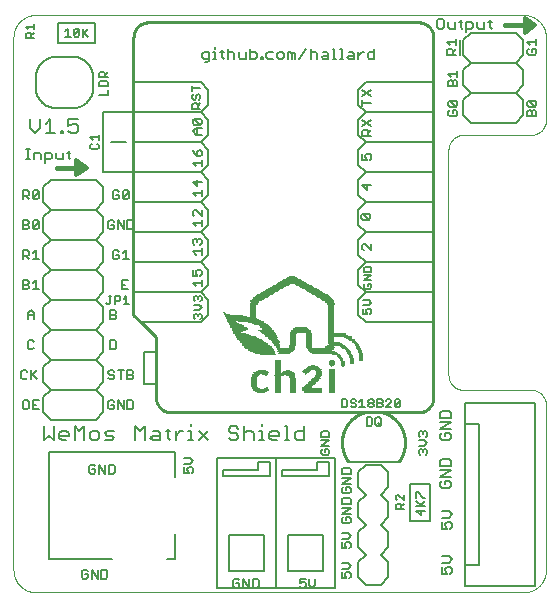
<source format=gto>
G75*
%MOIN*%
%OFA0B0*%
%FSLAX25Y25*%
%IPPOS*%
%LPD*%
%AMOC8*
5,1,8,0,0,1.08239X$1,22.5*
%
%ADD10C,0.00500*%
%ADD11C,0.01000*%
%ADD12C,0.00600*%
%ADD13C,0.00800*%
%ADD14C,0.00100*%
%ADD15C,0.01200*%
%ADD16C,0.01600*%
%ADD17R,0.02990X0.00250*%
%ADD18R,0.02010X0.00250*%
%ADD19R,0.01990X0.00250*%
%ADD20R,0.06250X0.00250*%
%ADD21R,0.02000X0.00250*%
%ADD22R,0.03990X0.00250*%
%ADD23R,0.04750X0.00250*%
%ADD24R,0.05000X0.00250*%
%ADD25R,0.06500X0.00250*%
%ADD26R,0.05240X0.00250*%
%ADD27R,0.02500X0.00250*%
%ADD28R,0.01490X0.00250*%
%ADD29R,0.02240X0.00250*%
%ADD30R,0.00750X0.00250*%
%ADD31R,0.03010X0.00250*%
%ADD32R,0.00500X0.00250*%
%ADD33R,0.02760X0.00250*%
%ADD34R,0.01750X0.00250*%
%ADD35R,0.02510X0.00250*%
%ADD36R,0.02490X0.00250*%
%ADD37R,0.02260X0.00250*%
%ADD38R,0.00250X0.00250*%
%ADD39R,0.00740X0.00250*%
%ADD40R,0.03000X0.00250*%
%ADD41R,0.02750X0.00250*%
%ADD42R,0.01740X0.00250*%
%ADD43R,0.04990X0.00250*%
%ADD44R,0.00760X0.00250*%
%ADD45R,0.04000X0.00250*%
%ADD46R,0.01260X0.00250*%
%ADD47R,0.03500X0.00250*%
%ADD48R,0.01760X0.00250*%
%ADD49R,0.03740X0.00250*%
%ADD50R,0.02740X0.00250*%
%ADD51R,0.01510X0.00250*%
%ADD52R,0.05750X0.00250*%
%ADD53R,0.05250X0.00250*%
%ADD54R,0.04250X0.00250*%
%ADD55R,0.03490X0.00250*%
%ADD56R,0.01250X0.00250*%
%ADD57R,0.01010X0.00250*%
%ADD58R,0.02250X0.00250*%
%ADD59R,0.01500X0.00250*%
%ADD60R,0.01000X0.00250*%
%ADD61R,0.06740X0.00250*%
%ADD62R,0.03750X0.00250*%
%ADD63R,0.08990X0.00250*%
%ADD64R,0.07490X0.00250*%
%ADD65R,0.09000X0.00250*%
%ADD66R,0.07740X0.00250*%
%ADD67R,0.04500X0.00250*%
%ADD68R,0.08750X0.00250*%
%ADD69R,0.08240X0.00250*%
%ADD70R,0.05010X0.00250*%
%ADD71R,0.08000X0.00250*%
%ADD72R,0.08510X0.00250*%
%ADD73R,0.05260X0.00250*%
%ADD74R,0.08250X0.00250*%
%ADD75R,0.08500X0.00250*%
%ADD76R,0.04260X0.00250*%
%ADD77R,0.09010X0.00250*%
%ADD78R,0.03250X0.00250*%
%ADD79R,0.01240X0.00250*%
%ADD80R,0.05490X0.00250*%
%ADD81R,0.04490X0.00250*%
%ADD82R,0.08740X0.00250*%
%ADD83R,0.08010X0.00250*%
%ADD84R,0.07750X0.00250*%
%ADD85R,0.07240X0.00250*%
%ADD86R,0.07000X0.00250*%
%ADD87R,0.06760X0.00250*%
%ADD88R,0.06000X0.00250*%
%ADD89R,0.07250X0.00250*%
%ADD90R,0.05500X0.00250*%
%ADD91R,0.06750X0.00250*%
%ADD92R,0.04740X0.00250*%
%ADD93R,0.03260X0.00250*%
%ADD94R,0.05510X0.00250*%
%ADD95R,0.04010X0.00250*%
%ADD96R,0.04510X0.00250*%
%ADD97R,0.06510X0.00250*%
%ADD98R,0.11010X0.00250*%
%ADD99R,0.10490X0.00250*%
%ADD100R,0.10000X0.00250*%
%ADD101R,0.10250X0.00250*%
%ADD102R,0.07260X0.00250*%
%ADD103R,0.06010X0.00250*%
%ADD104R,0.00510X0.00250*%
%ADD105R,0.03760X0.00250*%
%ADD106R,0.04240X0.00250*%
%ADD107R,0.04760X0.00250*%
%ADD108R,0.10260X0.00250*%
%ADD109R,0.09240X0.00250*%
%ADD110R,0.05740X0.00250*%
%ADD111C,0.00080*%
D10*
X0030298Y0012480D02*
X0030798Y0011979D01*
X0031799Y0011979D01*
X0032299Y0012480D01*
X0032299Y0013481D01*
X0031299Y0013481D01*
X0032299Y0014481D02*
X0031799Y0014982D01*
X0030798Y0014982D01*
X0030298Y0014481D01*
X0030298Y0012480D01*
X0033521Y0011979D02*
X0033521Y0014982D01*
X0035522Y0011979D01*
X0035522Y0014982D01*
X0036743Y0014982D02*
X0038245Y0014982D01*
X0038745Y0014481D01*
X0038745Y0012480D01*
X0038245Y0011979D01*
X0036743Y0011979D01*
X0036743Y0014982D01*
X0036021Y0046979D02*
X0036021Y0049982D01*
X0038022Y0046979D01*
X0038022Y0049982D01*
X0039243Y0049982D02*
X0040745Y0049982D01*
X0041245Y0049481D01*
X0041245Y0047480D01*
X0040745Y0046979D01*
X0039243Y0046979D01*
X0039243Y0049982D01*
X0034799Y0049481D02*
X0034299Y0049982D01*
X0033298Y0049982D01*
X0032798Y0049481D01*
X0032798Y0047480D01*
X0033298Y0046979D01*
X0034299Y0046979D01*
X0034799Y0047480D01*
X0034799Y0048481D01*
X0033799Y0048481D01*
X0039534Y0068521D02*
X0040535Y0068521D01*
X0041036Y0069021D01*
X0041036Y0070022D01*
X0040035Y0070022D01*
X0041036Y0071023D02*
X0040535Y0071523D01*
X0039534Y0071523D01*
X0039034Y0071023D01*
X0039034Y0069021D01*
X0039534Y0068521D01*
X0042257Y0068521D02*
X0042257Y0071523D01*
X0044258Y0068521D01*
X0044258Y0071523D01*
X0045479Y0071523D02*
X0045479Y0068521D01*
X0046981Y0068521D01*
X0047481Y0069021D01*
X0047481Y0071023D01*
X0046981Y0071523D01*
X0045479Y0071523D01*
X0045479Y0078521D02*
X0046981Y0078521D01*
X0047481Y0079021D01*
X0047481Y0079522D01*
X0046981Y0080022D01*
X0045479Y0080022D01*
X0045479Y0078521D02*
X0045479Y0081523D01*
X0046981Y0081523D01*
X0047481Y0081023D01*
X0047481Y0080522D01*
X0046981Y0080022D01*
X0044258Y0081523D02*
X0042257Y0081523D01*
X0043258Y0081523D02*
X0043258Y0078521D01*
X0041036Y0079021D02*
X0040535Y0078521D01*
X0039534Y0078521D01*
X0039034Y0079021D01*
X0039534Y0080022D02*
X0040535Y0080022D01*
X0041036Y0079522D01*
X0041036Y0079021D01*
X0039534Y0080022D02*
X0039034Y0080522D01*
X0039034Y0081023D01*
X0039534Y0081523D01*
X0040535Y0081523D01*
X0041036Y0081023D01*
X0041258Y0088521D02*
X0039757Y0088521D01*
X0039757Y0091523D01*
X0041258Y0091523D01*
X0041758Y0091023D01*
X0041758Y0089021D01*
X0041258Y0088521D01*
X0041258Y0098521D02*
X0039757Y0098521D01*
X0039757Y0101523D01*
X0041258Y0101523D01*
X0041758Y0101023D01*
X0041758Y0100522D01*
X0041258Y0100022D01*
X0039757Y0100022D01*
X0041258Y0100022D02*
X0041758Y0099522D01*
X0041758Y0099021D01*
X0041258Y0098521D01*
X0041277Y0103650D02*
X0041277Y0106352D01*
X0042628Y0106352D01*
X0043078Y0105902D01*
X0043078Y0105001D01*
X0042628Y0104551D01*
X0041277Y0104551D01*
X0039681Y0104100D02*
X0039231Y0103650D01*
X0038781Y0103650D01*
X0038330Y0104100D01*
X0039681Y0104100D02*
X0039681Y0106352D01*
X0039231Y0106352D02*
X0040132Y0106352D01*
X0044223Y0105452D02*
X0045124Y0106352D01*
X0045124Y0103650D01*
X0044223Y0103650D02*
X0046025Y0103650D01*
X0045758Y0108521D02*
X0043757Y0108521D01*
X0043757Y0111523D01*
X0045758Y0111523D01*
X0044758Y0110022D02*
X0043757Y0110022D01*
X0043868Y0118521D02*
X0045870Y0118521D01*
X0044869Y0118521D02*
X0044869Y0121523D01*
X0043868Y0120522D01*
X0042647Y0120022D02*
X0041646Y0120022D01*
X0042647Y0120022D02*
X0042647Y0119021D01*
X0042147Y0118521D01*
X0041146Y0118521D01*
X0040645Y0119021D01*
X0040645Y0121023D01*
X0041146Y0121523D01*
X0042147Y0121523D01*
X0042647Y0121023D01*
X0042257Y0128521D02*
X0042257Y0131523D01*
X0044258Y0128521D01*
X0044258Y0131523D01*
X0045479Y0131523D02*
X0046981Y0131523D01*
X0047481Y0131023D01*
X0047481Y0129021D01*
X0046981Y0128521D01*
X0045479Y0128521D01*
X0045479Y0131523D01*
X0041036Y0131023D02*
X0040535Y0131523D01*
X0039534Y0131523D01*
X0039034Y0131023D01*
X0039034Y0129021D01*
X0039534Y0128521D01*
X0040535Y0128521D01*
X0041036Y0129021D01*
X0041036Y0130022D01*
X0040035Y0130022D01*
X0041146Y0138521D02*
X0042147Y0138521D01*
X0042647Y0139021D01*
X0042647Y0140022D01*
X0041646Y0140022D01*
X0040645Y0141023D02*
X0040645Y0139021D01*
X0041146Y0138521D01*
X0040645Y0141023D02*
X0041146Y0141523D01*
X0042147Y0141523D01*
X0042647Y0141023D01*
X0043868Y0141023D02*
X0044369Y0141523D01*
X0045369Y0141523D01*
X0045870Y0141023D01*
X0043868Y0139021D01*
X0044369Y0138521D01*
X0045369Y0138521D01*
X0045870Y0139021D01*
X0045870Y0141023D01*
X0043868Y0141023D02*
X0043868Y0139021D01*
X0035400Y0155303D02*
X0033598Y0155303D01*
X0033148Y0155754D01*
X0033148Y0156655D01*
X0033598Y0157105D01*
X0034048Y0158250D02*
X0033148Y0159151D01*
X0035850Y0159151D01*
X0035850Y0158250D02*
X0035850Y0160052D01*
X0035400Y0157105D02*
X0035850Y0156655D01*
X0035850Y0155754D01*
X0035400Y0155303D01*
X0027100Y0168900D02*
X0021900Y0168900D01*
X0021731Y0168902D01*
X0021562Y0168908D01*
X0021393Y0168918D01*
X0021224Y0168933D01*
X0021056Y0168951D01*
X0020889Y0168973D01*
X0020722Y0169000D01*
X0020555Y0169030D01*
X0020390Y0169065D01*
X0020225Y0169103D01*
X0020061Y0169146D01*
X0019898Y0169192D01*
X0019737Y0169243D01*
X0019577Y0169297D01*
X0019418Y0169355D01*
X0019260Y0169417D01*
X0019104Y0169482D01*
X0018950Y0169552D01*
X0018798Y0169625D01*
X0018647Y0169702D01*
X0018498Y0169782D01*
X0018351Y0169866D01*
X0018207Y0169954D01*
X0018064Y0170045D01*
X0017924Y0170139D01*
X0017786Y0170237D01*
X0017650Y0170338D01*
X0017517Y0170442D01*
X0017386Y0170550D01*
X0017258Y0170660D01*
X0017133Y0170774D01*
X0017010Y0170891D01*
X0016891Y0171010D01*
X0016774Y0171133D01*
X0016660Y0171258D01*
X0016550Y0171386D01*
X0016442Y0171517D01*
X0016338Y0171650D01*
X0016237Y0171786D01*
X0016139Y0171924D01*
X0016045Y0172064D01*
X0015954Y0172207D01*
X0015866Y0172351D01*
X0015782Y0172498D01*
X0015702Y0172647D01*
X0015625Y0172798D01*
X0015552Y0172950D01*
X0015482Y0173104D01*
X0015417Y0173260D01*
X0015355Y0173418D01*
X0015297Y0173577D01*
X0015243Y0173737D01*
X0015192Y0173898D01*
X0015146Y0174061D01*
X0015103Y0174225D01*
X0015065Y0174390D01*
X0015030Y0174555D01*
X0015000Y0174722D01*
X0014973Y0174889D01*
X0014951Y0175056D01*
X0014933Y0175224D01*
X0014918Y0175393D01*
X0014908Y0175562D01*
X0014902Y0175731D01*
X0014900Y0175900D01*
X0014900Y0179100D01*
X0014902Y0179269D01*
X0014908Y0179438D01*
X0014918Y0179607D01*
X0014933Y0179776D01*
X0014951Y0179944D01*
X0014973Y0180111D01*
X0015000Y0180278D01*
X0015030Y0180445D01*
X0015065Y0180610D01*
X0015103Y0180775D01*
X0015146Y0180939D01*
X0015192Y0181102D01*
X0015243Y0181263D01*
X0015297Y0181423D01*
X0015355Y0181582D01*
X0015417Y0181740D01*
X0015482Y0181896D01*
X0015552Y0182050D01*
X0015625Y0182202D01*
X0015702Y0182353D01*
X0015782Y0182502D01*
X0015866Y0182649D01*
X0015954Y0182793D01*
X0016045Y0182936D01*
X0016139Y0183076D01*
X0016237Y0183214D01*
X0016338Y0183350D01*
X0016442Y0183483D01*
X0016550Y0183614D01*
X0016660Y0183742D01*
X0016774Y0183867D01*
X0016891Y0183990D01*
X0017010Y0184109D01*
X0017133Y0184226D01*
X0017258Y0184340D01*
X0017386Y0184450D01*
X0017517Y0184558D01*
X0017650Y0184662D01*
X0017786Y0184763D01*
X0017924Y0184861D01*
X0018064Y0184955D01*
X0018207Y0185046D01*
X0018351Y0185134D01*
X0018498Y0185218D01*
X0018647Y0185298D01*
X0018798Y0185375D01*
X0018950Y0185448D01*
X0019104Y0185518D01*
X0019260Y0185583D01*
X0019418Y0185645D01*
X0019577Y0185703D01*
X0019737Y0185757D01*
X0019898Y0185808D01*
X0020061Y0185854D01*
X0020225Y0185897D01*
X0020390Y0185935D01*
X0020555Y0185970D01*
X0020722Y0186000D01*
X0020889Y0186027D01*
X0021056Y0186049D01*
X0021224Y0186067D01*
X0021393Y0186082D01*
X0021562Y0186092D01*
X0021731Y0186098D01*
X0021900Y0186100D01*
X0027100Y0186100D01*
X0026552Y0192750D02*
X0024750Y0192750D01*
X0025651Y0192750D02*
X0025651Y0195452D01*
X0024750Y0194552D01*
X0027697Y0195002D02*
X0028147Y0195452D01*
X0029048Y0195452D01*
X0029498Y0195002D01*
X0027697Y0193200D01*
X0028147Y0192750D01*
X0029048Y0192750D01*
X0029498Y0193200D01*
X0029498Y0195002D01*
X0030643Y0195452D02*
X0030643Y0192750D01*
X0030643Y0193651D02*
X0032445Y0195452D01*
X0031093Y0194101D02*
X0032445Y0192750D01*
X0027697Y0193200D02*
X0027697Y0195002D01*
X0036598Y0181025D02*
X0036148Y0180574D01*
X0036148Y0179223D01*
X0038850Y0179223D01*
X0037949Y0179223D02*
X0037949Y0180574D01*
X0037499Y0181025D01*
X0036598Y0181025D01*
X0037949Y0180124D02*
X0038850Y0181025D01*
X0038400Y0178078D02*
X0036598Y0178078D01*
X0036148Y0177628D01*
X0036148Y0176277D01*
X0038850Y0176277D01*
X0038850Y0177628D01*
X0038400Y0178078D01*
X0038850Y0175132D02*
X0038850Y0173330D01*
X0036148Y0173330D01*
X0034100Y0175900D02*
X0034100Y0179100D01*
X0034098Y0179269D01*
X0034092Y0179438D01*
X0034082Y0179607D01*
X0034067Y0179776D01*
X0034049Y0179944D01*
X0034027Y0180111D01*
X0034000Y0180278D01*
X0033970Y0180445D01*
X0033935Y0180610D01*
X0033897Y0180775D01*
X0033854Y0180939D01*
X0033808Y0181102D01*
X0033757Y0181263D01*
X0033703Y0181423D01*
X0033645Y0181582D01*
X0033583Y0181740D01*
X0033518Y0181896D01*
X0033448Y0182050D01*
X0033375Y0182202D01*
X0033298Y0182353D01*
X0033218Y0182502D01*
X0033134Y0182649D01*
X0033046Y0182793D01*
X0032955Y0182936D01*
X0032861Y0183076D01*
X0032763Y0183214D01*
X0032662Y0183350D01*
X0032558Y0183483D01*
X0032450Y0183614D01*
X0032340Y0183742D01*
X0032226Y0183867D01*
X0032109Y0183990D01*
X0031990Y0184109D01*
X0031867Y0184226D01*
X0031742Y0184340D01*
X0031614Y0184450D01*
X0031483Y0184558D01*
X0031350Y0184662D01*
X0031214Y0184763D01*
X0031076Y0184861D01*
X0030936Y0184955D01*
X0030793Y0185046D01*
X0030649Y0185134D01*
X0030502Y0185218D01*
X0030353Y0185298D01*
X0030202Y0185375D01*
X0030050Y0185448D01*
X0029896Y0185518D01*
X0029740Y0185583D01*
X0029582Y0185645D01*
X0029423Y0185703D01*
X0029263Y0185757D01*
X0029102Y0185808D01*
X0028939Y0185854D01*
X0028775Y0185897D01*
X0028610Y0185935D01*
X0028445Y0185970D01*
X0028278Y0186000D01*
X0028111Y0186027D01*
X0027944Y0186049D01*
X0027776Y0186067D01*
X0027607Y0186082D01*
X0027438Y0186092D01*
X0027269Y0186098D01*
X0027100Y0186100D01*
X0034100Y0175900D02*
X0034098Y0175731D01*
X0034092Y0175562D01*
X0034082Y0175393D01*
X0034067Y0175224D01*
X0034049Y0175056D01*
X0034027Y0174889D01*
X0034000Y0174722D01*
X0033970Y0174555D01*
X0033935Y0174390D01*
X0033897Y0174225D01*
X0033854Y0174061D01*
X0033808Y0173898D01*
X0033757Y0173737D01*
X0033703Y0173577D01*
X0033645Y0173418D01*
X0033583Y0173260D01*
X0033518Y0173104D01*
X0033448Y0172950D01*
X0033375Y0172798D01*
X0033298Y0172647D01*
X0033218Y0172498D01*
X0033134Y0172351D01*
X0033046Y0172207D01*
X0032955Y0172064D01*
X0032861Y0171924D01*
X0032763Y0171786D01*
X0032662Y0171650D01*
X0032558Y0171517D01*
X0032450Y0171386D01*
X0032340Y0171258D01*
X0032226Y0171133D01*
X0032109Y0171010D01*
X0031990Y0170891D01*
X0031867Y0170774D01*
X0031742Y0170660D01*
X0031614Y0170550D01*
X0031483Y0170442D01*
X0031350Y0170338D01*
X0031214Y0170237D01*
X0031076Y0170139D01*
X0030936Y0170045D01*
X0030793Y0169954D01*
X0030649Y0169866D01*
X0030502Y0169782D01*
X0030353Y0169702D01*
X0030202Y0169625D01*
X0030050Y0169552D01*
X0029896Y0169482D01*
X0029740Y0169417D01*
X0029582Y0169355D01*
X0029423Y0169297D01*
X0029263Y0169243D01*
X0029102Y0169192D01*
X0028939Y0169146D01*
X0028775Y0169103D01*
X0028610Y0169065D01*
X0028445Y0169030D01*
X0028278Y0169000D01*
X0028111Y0168973D01*
X0027944Y0168951D01*
X0027776Y0168933D01*
X0027607Y0168918D01*
X0027438Y0168908D01*
X0027269Y0168902D01*
X0027100Y0168900D01*
X0014250Y0192250D02*
X0011548Y0192250D01*
X0011548Y0193601D01*
X0011998Y0194052D01*
X0012899Y0194052D01*
X0013349Y0193601D01*
X0013349Y0192250D01*
X0013349Y0193151D02*
X0014250Y0194052D01*
X0014250Y0195197D02*
X0014250Y0196998D01*
X0014250Y0196097D02*
X0011548Y0196097D01*
X0012448Y0195197D01*
X0012147Y0141523D02*
X0010645Y0141523D01*
X0010645Y0138521D01*
X0010645Y0139522D02*
X0012147Y0139522D01*
X0012647Y0140022D01*
X0012647Y0141023D01*
X0012147Y0141523D01*
X0013868Y0141023D02*
X0014369Y0141523D01*
X0015369Y0141523D01*
X0015870Y0141023D01*
X0013868Y0139021D01*
X0014369Y0138521D01*
X0015369Y0138521D01*
X0015870Y0139021D01*
X0015870Y0141023D01*
X0013868Y0141023D02*
X0013868Y0139021D01*
X0012647Y0138521D02*
X0011646Y0139522D01*
X0012147Y0131523D02*
X0010645Y0131523D01*
X0010645Y0128521D01*
X0012147Y0128521D01*
X0012647Y0129021D01*
X0012647Y0129522D01*
X0012147Y0130022D01*
X0010645Y0130022D01*
X0012147Y0130022D02*
X0012647Y0130522D01*
X0012647Y0131023D01*
X0012147Y0131523D01*
X0013868Y0131023D02*
X0013868Y0129021D01*
X0015870Y0131023D01*
X0015870Y0129021D01*
X0015369Y0128521D01*
X0014369Y0128521D01*
X0013868Y0129021D01*
X0013868Y0131023D02*
X0014369Y0131523D01*
X0015369Y0131523D01*
X0015870Y0131023D01*
X0014869Y0121523D02*
X0014869Y0118521D01*
X0013868Y0118521D02*
X0015870Y0118521D01*
X0013868Y0120522D02*
X0014869Y0121523D01*
X0012647Y0121023D02*
X0012647Y0120022D01*
X0012147Y0119522D01*
X0010645Y0119522D01*
X0011646Y0119522D02*
X0012647Y0118521D01*
X0010645Y0118521D02*
X0010645Y0121523D01*
X0012147Y0121523D01*
X0012647Y0121023D01*
X0012147Y0111523D02*
X0010645Y0111523D01*
X0010645Y0108521D01*
X0012147Y0108521D01*
X0012647Y0109021D01*
X0012647Y0109522D01*
X0012147Y0110022D01*
X0010645Y0110022D01*
X0012147Y0110022D02*
X0012647Y0110522D01*
X0012647Y0111023D01*
X0012147Y0111523D01*
X0013868Y0110522D02*
X0014869Y0111523D01*
X0014869Y0108521D01*
X0013868Y0108521D02*
X0015870Y0108521D01*
X0013258Y0101523D02*
X0014258Y0100522D01*
X0014258Y0098521D01*
X0014258Y0100022D02*
X0012257Y0100022D01*
X0012257Y0100522D02*
X0013258Y0101523D01*
X0012257Y0100522D02*
X0012257Y0098521D01*
X0012757Y0091523D02*
X0012257Y0091023D01*
X0012257Y0089021D01*
X0012757Y0088521D01*
X0013758Y0088521D01*
X0014258Y0089021D01*
X0014258Y0091023D02*
X0013758Y0091523D01*
X0012757Y0091523D01*
X0013368Y0081523D02*
X0013368Y0078521D01*
X0013368Y0079522D02*
X0015370Y0081523D01*
X0013869Y0080022D02*
X0015370Y0078521D01*
X0012147Y0079021D02*
X0011647Y0078521D01*
X0010646Y0078521D01*
X0010145Y0079021D01*
X0010145Y0081023D01*
X0010646Y0081523D01*
X0011647Y0081523D01*
X0012147Y0081023D01*
X0012147Y0071523D02*
X0011146Y0071523D01*
X0010645Y0071023D01*
X0010645Y0069021D01*
X0011146Y0068521D01*
X0012147Y0068521D01*
X0012647Y0069021D01*
X0012647Y0071023D01*
X0012147Y0071523D01*
X0013868Y0071523D02*
X0013868Y0068521D01*
X0015870Y0068521D01*
X0014869Y0070022D02*
X0013868Y0070022D01*
X0013868Y0071523D02*
X0015870Y0071523D01*
X0064477Y0052370D02*
X0066478Y0052370D01*
X0067479Y0051369D01*
X0066478Y0050368D01*
X0064477Y0050368D01*
X0064477Y0049147D02*
X0064477Y0047145D01*
X0065978Y0047145D01*
X0065478Y0048146D01*
X0065478Y0048647D01*
X0065978Y0049147D01*
X0066979Y0049147D01*
X0067479Y0048647D01*
X0067479Y0047646D01*
X0066979Y0047145D01*
X0075315Y0052185D02*
X0095000Y0052185D01*
X0095000Y0008878D01*
X0075315Y0008878D01*
X0075315Y0052185D01*
X0077283Y0048248D02*
X0077283Y0046280D01*
X0093031Y0046280D01*
X0093031Y0051004D01*
X0089094Y0051004D01*
X0089094Y0048248D01*
X0077283Y0048248D01*
X0095000Y0052185D02*
X0114685Y0052185D01*
X0114685Y0008878D01*
X0095000Y0008878D01*
X0089245Y0009480D02*
X0089245Y0011481D01*
X0088745Y0011982D01*
X0087243Y0011982D01*
X0087243Y0008979D01*
X0088745Y0008979D01*
X0089245Y0009480D01*
X0086022Y0008979D02*
X0086022Y0011982D01*
X0084021Y0011982D02*
X0084021Y0008979D01*
X0082799Y0009480D02*
X0082799Y0010481D01*
X0081799Y0010481D01*
X0082799Y0011481D02*
X0082299Y0011982D01*
X0081298Y0011982D01*
X0080798Y0011481D01*
X0080798Y0009480D01*
X0081298Y0008979D01*
X0082299Y0008979D01*
X0082799Y0009480D01*
X0084021Y0011982D02*
X0086022Y0008979D01*
X0091063Y0014783D02*
X0079252Y0014783D01*
X0079252Y0026594D01*
X0091063Y0026594D01*
X0091063Y0014783D01*
X0098937Y0014783D02*
X0098937Y0026594D01*
X0110748Y0026594D01*
X0110748Y0014783D01*
X0098937Y0014783D01*
X0102909Y0011982D02*
X0102909Y0010481D01*
X0103910Y0010981D01*
X0104410Y0010981D01*
X0104911Y0010481D01*
X0104911Y0009480D01*
X0104410Y0008979D01*
X0103410Y0008979D01*
X0102909Y0009480D01*
X0102909Y0011982D02*
X0104911Y0011982D01*
X0106132Y0011982D02*
X0106132Y0009980D01*
X0107133Y0008979D01*
X0108134Y0009980D01*
X0108134Y0011982D01*
X0116977Y0012145D02*
X0118478Y0012145D01*
X0117978Y0013146D01*
X0117978Y0013647D01*
X0118478Y0014147D01*
X0119479Y0014147D01*
X0119979Y0013647D01*
X0119979Y0012646D01*
X0119479Y0012145D01*
X0116977Y0012145D02*
X0116977Y0014147D01*
X0116977Y0015368D02*
X0118978Y0015368D01*
X0119979Y0016369D01*
X0118978Y0017370D01*
X0116977Y0017370D01*
X0116977Y0022145D02*
X0118478Y0022145D01*
X0117978Y0023146D01*
X0117978Y0023647D01*
X0118478Y0024147D01*
X0119479Y0024147D01*
X0119979Y0023647D01*
X0119979Y0022646D01*
X0119479Y0022145D01*
X0116977Y0022145D02*
X0116977Y0024147D01*
X0116977Y0025368D02*
X0118978Y0025368D01*
X0119979Y0026369D01*
X0118978Y0027370D01*
X0116977Y0027370D01*
X0117477Y0030534D02*
X0116977Y0031034D01*
X0116977Y0032035D01*
X0117477Y0032536D01*
X0118478Y0032536D02*
X0118478Y0031535D01*
X0118478Y0032536D02*
X0119479Y0032536D01*
X0119979Y0032035D01*
X0119979Y0031034D01*
X0119479Y0030534D01*
X0117477Y0030534D01*
X0116977Y0033757D02*
X0119979Y0035758D01*
X0116977Y0035758D01*
X0116977Y0036979D02*
X0116977Y0038481D01*
X0117477Y0038981D01*
X0119479Y0038981D01*
X0119979Y0038481D01*
X0119979Y0036979D01*
X0116977Y0036979D01*
X0116977Y0033757D02*
X0119979Y0033757D01*
X0119479Y0040534D02*
X0117477Y0040534D01*
X0116977Y0041034D01*
X0116977Y0042035D01*
X0117477Y0042536D01*
X0118478Y0042536D02*
X0118478Y0041535D01*
X0118478Y0042536D02*
X0119479Y0042536D01*
X0119979Y0042035D01*
X0119979Y0041034D01*
X0119479Y0040534D01*
X0119979Y0043757D02*
X0116977Y0043757D01*
X0119979Y0045758D01*
X0116977Y0045758D01*
X0116977Y0046979D02*
X0116977Y0048481D01*
X0117477Y0048981D01*
X0119479Y0048981D01*
X0119979Y0048481D01*
X0119979Y0046979D01*
X0116977Y0046979D01*
X0112717Y0046280D02*
X0112717Y0051004D01*
X0108780Y0051004D01*
X0108780Y0048248D01*
X0096969Y0048248D01*
X0096969Y0046280D01*
X0112717Y0046280D01*
X0112379Y0053448D02*
X0110577Y0053448D01*
X0110127Y0053899D01*
X0110127Y0054799D01*
X0110577Y0055250D01*
X0111478Y0055250D02*
X0111478Y0054349D01*
X0111478Y0055250D02*
X0112379Y0055250D01*
X0112829Y0054799D01*
X0112829Y0053899D01*
X0112379Y0053448D01*
X0112829Y0056395D02*
X0110127Y0056395D01*
X0112829Y0058196D01*
X0110127Y0058196D01*
X0110127Y0059341D02*
X0110127Y0060693D01*
X0110577Y0061143D01*
X0112379Y0061143D01*
X0112829Y0060693D01*
X0112829Y0059341D01*
X0110127Y0059341D01*
X0116937Y0069150D02*
X0118288Y0069150D01*
X0118739Y0069600D01*
X0118739Y0071402D01*
X0118288Y0071852D01*
X0116937Y0071852D01*
X0116937Y0069150D01*
X0119884Y0069600D02*
X0120334Y0069150D01*
X0121235Y0069150D01*
X0121685Y0069600D01*
X0121685Y0070051D01*
X0121235Y0070501D01*
X0120334Y0070501D01*
X0119884Y0070952D01*
X0119884Y0071402D01*
X0120334Y0071852D01*
X0121235Y0071852D01*
X0121685Y0071402D01*
X0122830Y0070952D02*
X0123731Y0071852D01*
X0123731Y0069150D01*
X0122830Y0069150D02*
X0124632Y0069150D01*
X0125777Y0069600D02*
X0125777Y0070051D01*
X0126227Y0070501D01*
X0127128Y0070501D01*
X0127578Y0070051D01*
X0127578Y0069600D01*
X0127128Y0069150D01*
X0126227Y0069150D01*
X0125777Y0069600D01*
X0126227Y0070501D02*
X0125777Y0070952D01*
X0125777Y0071402D01*
X0126227Y0071852D01*
X0127128Y0071852D01*
X0127578Y0071402D01*
X0127578Y0070952D01*
X0127128Y0070501D01*
X0128723Y0070501D02*
X0130074Y0070501D01*
X0130525Y0070051D01*
X0130525Y0069600D01*
X0130074Y0069150D01*
X0128723Y0069150D01*
X0128723Y0071852D01*
X0130074Y0071852D01*
X0130525Y0071402D01*
X0130525Y0070952D01*
X0130074Y0070501D01*
X0131670Y0071402D02*
X0132120Y0071852D01*
X0133021Y0071852D01*
X0133471Y0071402D01*
X0133471Y0070952D01*
X0131670Y0069150D01*
X0133471Y0069150D01*
X0134616Y0069600D02*
X0136418Y0071402D01*
X0136418Y0069600D01*
X0135967Y0069150D01*
X0135067Y0069150D01*
X0134616Y0069600D01*
X0134616Y0071402D01*
X0135067Y0071852D01*
X0135967Y0071852D01*
X0136418Y0071402D01*
X0129933Y0065381D02*
X0129933Y0063580D01*
X0129483Y0063129D01*
X0128582Y0063129D01*
X0128132Y0063580D01*
X0128132Y0065381D01*
X0128582Y0065832D01*
X0129483Y0065832D01*
X0129933Y0065381D01*
X0129033Y0064030D02*
X0129933Y0063129D01*
X0126987Y0063580D02*
X0126987Y0065381D01*
X0126537Y0065832D01*
X0125185Y0065832D01*
X0125185Y0063129D01*
X0126537Y0063129D01*
X0126987Y0063580D01*
X0142627Y0060693D02*
X0142627Y0059792D01*
X0143077Y0059341D01*
X0142627Y0058196D02*
X0144429Y0058196D01*
X0145329Y0057296D01*
X0144429Y0056395D01*
X0142627Y0056395D01*
X0143077Y0055250D02*
X0143528Y0055250D01*
X0143978Y0054799D01*
X0144429Y0055250D01*
X0144879Y0055250D01*
X0145329Y0054799D01*
X0145329Y0053899D01*
X0144879Y0053448D01*
X0143978Y0054349D02*
X0143978Y0054799D01*
X0143077Y0055250D02*
X0142627Y0054799D01*
X0142627Y0053899D01*
X0143077Y0053448D01*
X0144879Y0059341D02*
X0145329Y0059792D01*
X0145329Y0060693D01*
X0144879Y0061143D01*
X0144429Y0061143D01*
X0143978Y0060693D01*
X0143978Y0060242D01*
X0143978Y0060693D02*
X0143528Y0061143D01*
X0143077Y0061143D01*
X0142627Y0060693D01*
X0142285Y0040922D02*
X0144087Y0039121D01*
X0144537Y0039121D01*
X0144537Y0037976D02*
X0143186Y0036625D01*
X0143637Y0036174D02*
X0141835Y0037976D01*
X0141835Y0039121D02*
X0141835Y0040922D01*
X0142285Y0040922D01*
X0137611Y0040037D02*
X0137611Y0038235D01*
X0135809Y0040037D01*
X0135359Y0040037D01*
X0134908Y0039586D01*
X0134908Y0038685D01*
X0135359Y0038235D01*
X0135359Y0037090D02*
X0136259Y0037090D01*
X0136710Y0036640D01*
X0136710Y0035289D01*
X0136710Y0036189D02*
X0137611Y0037090D01*
X0137611Y0035289D02*
X0134908Y0035289D01*
X0134908Y0036640D01*
X0135359Y0037090D01*
X0141835Y0036174D02*
X0144537Y0036174D01*
X0144537Y0034579D02*
X0141835Y0034579D01*
X0143186Y0033228D01*
X0143186Y0035029D01*
X0126320Y0100257D02*
X0126771Y0100707D01*
X0126771Y0101608D01*
X0126320Y0102058D01*
X0125420Y0102058D01*
X0124969Y0101608D01*
X0124969Y0101158D01*
X0125420Y0100257D01*
X0124068Y0100257D01*
X0124068Y0102058D01*
X0124068Y0103203D02*
X0125870Y0103203D01*
X0126771Y0104104D01*
X0125870Y0105005D01*
X0124068Y0105005D01*
X0124686Y0108757D02*
X0126354Y0108757D01*
X0126771Y0109174D01*
X0126771Y0110008D01*
X0126354Y0110425D01*
X0125520Y0110425D01*
X0125520Y0109591D01*
X0124686Y0110425D02*
X0124269Y0110008D01*
X0124269Y0109174D01*
X0124686Y0108757D01*
X0124269Y0111519D02*
X0126771Y0113187D01*
X0124269Y0113187D01*
X0124269Y0114282D02*
X0124269Y0115533D01*
X0124686Y0115950D01*
X0126354Y0115950D01*
X0126771Y0115533D01*
X0126771Y0114282D01*
X0124269Y0114282D01*
X0124269Y0111519D02*
X0126771Y0111519D01*
X0126771Y0121632D02*
X0124769Y0123634D01*
X0124269Y0123634D01*
X0123768Y0123133D01*
X0123768Y0122132D01*
X0124269Y0121632D01*
X0126771Y0121632D02*
X0126771Y0123634D01*
X0125895Y0131757D02*
X0123894Y0131757D01*
X0123393Y0132257D01*
X0123393Y0133258D01*
X0123894Y0133759D01*
X0125895Y0131757D01*
X0126396Y0132257D01*
X0126396Y0133258D01*
X0125895Y0133759D01*
X0123894Y0133759D01*
X0125269Y0141757D02*
X0125269Y0143759D01*
X0123768Y0143258D02*
X0126771Y0143258D01*
X0125269Y0141757D02*
X0123768Y0143258D01*
X0123768Y0151632D02*
X0125269Y0151632D01*
X0124769Y0152633D01*
X0124769Y0153133D01*
X0125269Y0153634D01*
X0126270Y0153634D01*
X0126771Y0153133D01*
X0126771Y0152132D01*
X0126270Y0151632D01*
X0123768Y0151632D02*
X0123768Y0153634D01*
X0123768Y0159757D02*
X0123768Y0161258D01*
X0124269Y0161759D01*
X0125269Y0161759D01*
X0125770Y0161258D01*
X0125770Y0159757D01*
X0126771Y0159757D02*
X0123768Y0159757D01*
X0125770Y0160758D02*
X0126771Y0161759D01*
X0126771Y0162980D02*
X0123768Y0164981D01*
X0123768Y0162980D02*
X0126771Y0164981D01*
X0123768Y0169757D02*
X0123768Y0171759D01*
X0123768Y0170758D02*
X0126771Y0170758D01*
X0126771Y0172980D02*
X0123768Y0174981D01*
X0123768Y0172980D02*
X0126771Y0174981D01*
X0151977Y0186645D02*
X0151977Y0188147D01*
X0152477Y0188647D01*
X0153478Y0188647D01*
X0153978Y0188147D01*
X0153978Y0186645D01*
X0153978Y0187646D02*
X0154979Y0188647D01*
X0154979Y0189868D02*
X0154979Y0191870D01*
X0154979Y0190869D02*
X0151977Y0190869D01*
X0152978Y0189868D01*
X0151977Y0186645D02*
X0154979Y0186645D01*
X0155479Y0181370D02*
X0155479Y0179368D01*
X0155479Y0180369D02*
X0152477Y0180369D01*
X0153478Y0179368D01*
X0153478Y0178147D02*
X0153978Y0177647D01*
X0153978Y0176145D01*
X0152477Y0176145D02*
X0152477Y0177647D01*
X0152977Y0178147D01*
X0153478Y0178147D01*
X0153978Y0177647D02*
X0154478Y0178147D01*
X0154979Y0178147D01*
X0155479Y0177647D01*
X0155479Y0176145D01*
X0152477Y0176145D01*
X0152977Y0171370D02*
X0154979Y0169368D01*
X0155479Y0169869D01*
X0155479Y0170869D01*
X0154979Y0171370D01*
X0152977Y0171370D01*
X0152477Y0170869D01*
X0152477Y0169869D01*
X0152977Y0169368D01*
X0154979Y0169368D01*
X0154979Y0168147D02*
X0153978Y0168147D01*
X0153978Y0167146D01*
X0152977Y0166145D02*
X0154979Y0166145D01*
X0155479Y0166646D01*
X0155479Y0167647D01*
X0154979Y0168147D01*
X0152977Y0168147D02*
X0152477Y0167647D01*
X0152477Y0166646D01*
X0152977Y0166145D01*
X0178727Y0166145D02*
X0178727Y0167647D01*
X0179227Y0168147D01*
X0179728Y0168147D01*
X0180228Y0167647D01*
X0180228Y0166145D01*
X0181729Y0166145D02*
X0178727Y0166145D01*
X0180228Y0167647D02*
X0180728Y0168147D01*
X0181229Y0168147D01*
X0181729Y0167647D01*
X0181729Y0166145D01*
X0181229Y0169368D02*
X0179227Y0169368D01*
X0178727Y0169869D01*
X0178727Y0170869D01*
X0179227Y0171370D01*
X0181229Y0169368D01*
X0181729Y0169869D01*
X0181729Y0170869D01*
X0181229Y0171370D01*
X0179227Y0171370D01*
X0179227Y0186645D02*
X0181229Y0186645D01*
X0181729Y0187146D01*
X0181729Y0188147D01*
X0181229Y0188647D01*
X0180228Y0188647D01*
X0180228Y0187646D01*
X0179227Y0186645D02*
X0178727Y0187146D01*
X0178727Y0188147D01*
X0179227Y0188647D01*
X0179728Y0189868D02*
X0178727Y0190869D01*
X0181729Y0190869D01*
X0181729Y0189868D02*
X0181729Y0191870D01*
X0069771Y0175551D02*
X0067068Y0175551D01*
X0067068Y0176451D02*
X0067068Y0174650D01*
X0067519Y0173505D02*
X0067068Y0173055D01*
X0067068Y0172154D01*
X0067519Y0171703D01*
X0067969Y0171703D01*
X0068420Y0172154D01*
X0068420Y0173055D01*
X0068870Y0173505D01*
X0069320Y0173505D01*
X0069771Y0173055D01*
X0069771Y0172154D01*
X0069320Y0171703D01*
X0069771Y0170558D02*
X0068870Y0169658D01*
X0068870Y0170108D02*
X0068870Y0168757D01*
X0069771Y0168757D02*
X0067068Y0168757D01*
X0067068Y0170108D01*
X0067519Y0170558D01*
X0068420Y0170558D01*
X0068870Y0170108D01*
X0069770Y0165356D02*
X0067769Y0165356D01*
X0069770Y0163355D01*
X0070271Y0163855D01*
X0070271Y0164856D01*
X0069770Y0165356D01*
X0069770Y0163355D02*
X0067769Y0163355D01*
X0067268Y0163855D01*
X0067268Y0164856D01*
X0067769Y0165356D01*
X0068269Y0162134D02*
X0070271Y0162134D01*
X0068769Y0162134D02*
X0068769Y0160132D01*
X0068269Y0160132D02*
X0067268Y0161133D01*
X0068269Y0162134D01*
X0068269Y0160132D02*
X0070271Y0160132D01*
X0069770Y0154856D02*
X0069270Y0154856D01*
X0068769Y0154356D01*
X0068769Y0152855D01*
X0069770Y0152855D01*
X0070271Y0153355D01*
X0070271Y0154356D01*
X0069770Y0154856D01*
X0067769Y0153855D02*
X0068769Y0152855D01*
X0067769Y0153855D02*
X0067268Y0154856D01*
X0067268Y0150633D02*
X0070271Y0150633D01*
X0070271Y0149632D02*
X0070271Y0151634D01*
X0068269Y0149632D02*
X0067268Y0150633D01*
X0068769Y0144856D02*
X0068769Y0142855D01*
X0067268Y0144356D01*
X0070271Y0144356D01*
X0070271Y0141634D02*
X0070271Y0139632D01*
X0070271Y0140633D02*
X0067268Y0140633D01*
X0068269Y0139632D01*
X0068269Y0134856D02*
X0067769Y0134856D01*
X0067268Y0134356D01*
X0067268Y0133355D01*
X0067769Y0132855D01*
X0068269Y0134856D02*
X0070271Y0132855D01*
X0070271Y0134856D01*
X0070271Y0131634D02*
X0070271Y0129632D01*
X0070271Y0130633D02*
X0067268Y0130633D01*
X0068269Y0129632D01*
X0068269Y0125356D02*
X0068769Y0124856D01*
X0069270Y0125356D01*
X0069770Y0125356D01*
X0070271Y0124856D01*
X0070271Y0123855D01*
X0069770Y0123355D01*
X0070271Y0122134D02*
X0070271Y0120132D01*
X0070271Y0121133D02*
X0067268Y0121133D01*
X0068269Y0120132D01*
X0067769Y0123355D02*
X0067268Y0123855D01*
X0067268Y0124856D01*
X0067769Y0125356D01*
X0068269Y0125356D01*
X0068769Y0124856D02*
X0068769Y0124355D01*
X0068749Y0114974D02*
X0069750Y0114974D01*
X0070250Y0114474D01*
X0070250Y0113473D01*
X0069750Y0112973D01*
X0068749Y0112973D02*
X0068248Y0113974D01*
X0068248Y0114474D01*
X0068749Y0114974D01*
X0067247Y0114974D02*
X0067247Y0112973D01*
X0068749Y0112973D01*
X0070250Y0111752D02*
X0070250Y0109750D01*
X0070250Y0110751D02*
X0067247Y0110751D01*
X0068248Y0109750D01*
X0068469Y0106326D02*
X0068920Y0105876D01*
X0069370Y0106326D01*
X0069820Y0106326D01*
X0070271Y0105876D01*
X0070271Y0104975D01*
X0069820Y0104525D01*
X0069370Y0103380D02*
X0067568Y0103380D01*
X0068019Y0104525D02*
X0067568Y0104975D01*
X0067568Y0105876D01*
X0068019Y0106326D01*
X0068469Y0106326D01*
X0068920Y0105876D02*
X0068920Y0105426D01*
X0069370Y0103380D02*
X0070271Y0102479D01*
X0069370Y0101578D01*
X0067568Y0101578D01*
X0068019Y0100433D02*
X0068469Y0100433D01*
X0068920Y0099983D01*
X0069370Y0100433D01*
X0069820Y0100433D01*
X0070271Y0099983D01*
X0070271Y0099082D01*
X0069820Y0098632D01*
X0068920Y0099533D02*
X0068920Y0099983D01*
X0068019Y0100433D02*
X0067568Y0099983D01*
X0067568Y0099082D01*
X0068019Y0098632D01*
D11*
X0055000Y0092500D02*
X0055000Y0072500D01*
X0055002Y0072360D01*
X0055008Y0072220D01*
X0055018Y0072080D01*
X0055031Y0071940D01*
X0055049Y0071801D01*
X0055071Y0071662D01*
X0055096Y0071525D01*
X0055125Y0071387D01*
X0055158Y0071251D01*
X0055195Y0071116D01*
X0055236Y0070982D01*
X0055281Y0070849D01*
X0055329Y0070717D01*
X0055381Y0070587D01*
X0055436Y0070458D01*
X0055495Y0070331D01*
X0055558Y0070205D01*
X0055624Y0070081D01*
X0055693Y0069960D01*
X0055766Y0069840D01*
X0055843Y0069722D01*
X0055922Y0069607D01*
X0056005Y0069493D01*
X0056091Y0069383D01*
X0056180Y0069274D01*
X0056272Y0069168D01*
X0056367Y0069065D01*
X0056464Y0068964D01*
X0056565Y0068867D01*
X0056668Y0068772D01*
X0056774Y0068680D01*
X0056883Y0068591D01*
X0056993Y0068505D01*
X0057107Y0068422D01*
X0057222Y0068343D01*
X0057340Y0068266D01*
X0057460Y0068193D01*
X0057581Y0068124D01*
X0057705Y0068058D01*
X0057831Y0067995D01*
X0057958Y0067936D01*
X0058087Y0067881D01*
X0058217Y0067829D01*
X0058349Y0067781D01*
X0058482Y0067736D01*
X0058616Y0067695D01*
X0058751Y0067658D01*
X0058887Y0067625D01*
X0059025Y0067596D01*
X0059162Y0067571D01*
X0059301Y0067549D01*
X0059440Y0067531D01*
X0059580Y0067518D01*
X0059720Y0067508D01*
X0059860Y0067502D01*
X0060000Y0067500D01*
X0142500Y0067500D01*
X0142640Y0067502D01*
X0142780Y0067508D01*
X0142920Y0067518D01*
X0143060Y0067531D01*
X0143199Y0067549D01*
X0143338Y0067571D01*
X0143475Y0067596D01*
X0143613Y0067625D01*
X0143749Y0067658D01*
X0143884Y0067695D01*
X0144018Y0067736D01*
X0144151Y0067781D01*
X0144283Y0067829D01*
X0144413Y0067881D01*
X0144542Y0067936D01*
X0144669Y0067995D01*
X0144795Y0068058D01*
X0144919Y0068124D01*
X0145040Y0068193D01*
X0145160Y0068266D01*
X0145278Y0068343D01*
X0145393Y0068422D01*
X0145507Y0068505D01*
X0145617Y0068591D01*
X0145726Y0068680D01*
X0145832Y0068772D01*
X0145935Y0068867D01*
X0146036Y0068964D01*
X0146133Y0069065D01*
X0146228Y0069168D01*
X0146320Y0069274D01*
X0146409Y0069383D01*
X0146495Y0069493D01*
X0146578Y0069607D01*
X0146657Y0069722D01*
X0146734Y0069840D01*
X0146807Y0069960D01*
X0146876Y0070081D01*
X0146942Y0070205D01*
X0147005Y0070331D01*
X0147064Y0070458D01*
X0147119Y0070587D01*
X0147171Y0070717D01*
X0147219Y0070849D01*
X0147264Y0070982D01*
X0147305Y0071116D01*
X0147342Y0071251D01*
X0147375Y0071387D01*
X0147404Y0071525D01*
X0147429Y0071662D01*
X0147451Y0071801D01*
X0147469Y0071940D01*
X0147482Y0072080D01*
X0147492Y0072220D01*
X0147498Y0072360D01*
X0147500Y0072500D01*
X0147500Y0192500D01*
X0147498Y0192640D01*
X0147492Y0192780D01*
X0147482Y0192920D01*
X0147469Y0193060D01*
X0147451Y0193199D01*
X0147429Y0193338D01*
X0147404Y0193475D01*
X0147375Y0193613D01*
X0147342Y0193749D01*
X0147305Y0193884D01*
X0147264Y0194018D01*
X0147219Y0194151D01*
X0147171Y0194283D01*
X0147119Y0194413D01*
X0147064Y0194542D01*
X0147005Y0194669D01*
X0146942Y0194795D01*
X0146876Y0194919D01*
X0146807Y0195040D01*
X0146734Y0195160D01*
X0146657Y0195278D01*
X0146578Y0195393D01*
X0146495Y0195507D01*
X0146409Y0195617D01*
X0146320Y0195726D01*
X0146228Y0195832D01*
X0146133Y0195935D01*
X0146036Y0196036D01*
X0145935Y0196133D01*
X0145832Y0196228D01*
X0145726Y0196320D01*
X0145617Y0196409D01*
X0145507Y0196495D01*
X0145393Y0196578D01*
X0145278Y0196657D01*
X0145160Y0196734D01*
X0145040Y0196807D01*
X0144919Y0196876D01*
X0144795Y0196942D01*
X0144669Y0197005D01*
X0144542Y0197064D01*
X0144413Y0197119D01*
X0144283Y0197171D01*
X0144151Y0197219D01*
X0144018Y0197264D01*
X0143884Y0197305D01*
X0143749Y0197342D01*
X0143613Y0197375D01*
X0143475Y0197404D01*
X0143338Y0197429D01*
X0143199Y0197451D01*
X0143060Y0197469D01*
X0142920Y0197482D01*
X0142780Y0197492D01*
X0142640Y0197498D01*
X0142500Y0197500D01*
X0052500Y0197500D01*
X0052360Y0197498D01*
X0052220Y0197492D01*
X0052080Y0197482D01*
X0051940Y0197469D01*
X0051801Y0197451D01*
X0051662Y0197429D01*
X0051525Y0197404D01*
X0051387Y0197375D01*
X0051251Y0197342D01*
X0051116Y0197305D01*
X0050982Y0197264D01*
X0050849Y0197219D01*
X0050717Y0197171D01*
X0050587Y0197119D01*
X0050458Y0197064D01*
X0050331Y0197005D01*
X0050205Y0196942D01*
X0050081Y0196876D01*
X0049960Y0196807D01*
X0049840Y0196734D01*
X0049722Y0196657D01*
X0049607Y0196578D01*
X0049493Y0196495D01*
X0049383Y0196409D01*
X0049274Y0196320D01*
X0049168Y0196228D01*
X0049065Y0196133D01*
X0048964Y0196036D01*
X0048867Y0195935D01*
X0048772Y0195832D01*
X0048680Y0195726D01*
X0048591Y0195617D01*
X0048505Y0195507D01*
X0048422Y0195393D01*
X0048343Y0195278D01*
X0048266Y0195160D01*
X0048193Y0195040D01*
X0048124Y0194919D01*
X0048058Y0194795D01*
X0047995Y0194669D01*
X0047936Y0194542D01*
X0047881Y0194413D01*
X0047829Y0194283D01*
X0047781Y0194151D01*
X0047736Y0194018D01*
X0047695Y0193884D01*
X0047658Y0193749D01*
X0047625Y0193613D01*
X0047596Y0193475D01*
X0047571Y0193338D01*
X0047549Y0193199D01*
X0047531Y0193060D01*
X0047518Y0192920D01*
X0047508Y0192780D01*
X0047502Y0192640D01*
X0047500Y0192500D01*
X0047500Y0100000D01*
X0050000Y0097500D01*
X0055000Y0092500D01*
D12*
X0055000Y0087500D02*
X0051000Y0087500D01*
X0051000Y0077000D01*
X0055000Y0077000D01*
X0037500Y0077500D02*
X0035000Y0075000D01*
X0020000Y0075000D01*
X0017500Y0077500D01*
X0017500Y0082500D01*
X0020000Y0085000D01*
X0035000Y0085000D01*
X0037500Y0082500D01*
X0037500Y0077500D01*
X0035000Y0075000D02*
X0037500Y0072500D01*
X0037500Y0067500D01*
X0035000Y0065000D01*
X0020000Y0065000D01*
X0017500Y0067500D01*
X0017500Y0072500D01*
X0020000Y0075000D01*
X0020000Y0085000D02*
X0017500Y0087500D01*
X0017500Y0092500D01*
X0020000Y0095000D01*
X0035000Y0095000D01*
X0037500Y0092500D01*
X0037500Y0087500D01*
X0035000Y0085000D01*
X0035000Y0095000D02*
X0037500Y0097500D01*
X0037500Y0102500D01*
X0035000Y0105000D01*
X0020000Y0105000D01*
X0017500Y0102500D01*
X0017500Y0097500D01*
X0020000Y0095000D01*
X0020000Y0105000D02*
X0017500Y0107500D01*
X0017500Y0112500D01*
X0020000Y0115000D01*
X0035000Y0115000D01*
X0037500Y0112500D01*
X0037500Y0107500D01*
X0035000Y0105000D01*
X0035000Y0115000D02*
X0037500Y0117500D01*
X0037500Y0122500D01*
X0035000Y0125000D01*
X0020000Y0125000D01*
X0017500Y0122500D01*
X0017500Y0117500D01*
X0020000Y0115000D01*
X0020000Y0125000D02*
X0017500Y0127500D01*
X0017500Y0132500D01*
X0020000Y0135000D01*
X0035000Y0135000D01*
X0037500Y0132500D01*
X0037500Y0127500D01*
X0035000Y0125000D01*
X0035000Y0135000D02*
X0037500Y0137500D01*
X0037500Y0142500D01*
X0035000Y0145000D01*
X0020000Y0145000D01*
X0017500Y0142500D01*
X0017500Y0137500D01*
X0020000Y0135000D01*
X0017952Y0150686D02*
X0017952Y0154089D01*
X0019653Y0154089D01*
X0020220Y0153522D01*
X0020220Y0152388D01*
X0019653Y0151821D01*
X0017952Y0151821D01*
X0016537Y0151821D02*
X0016537Y0153522D01*
X0015970Y0154089D01*
X0014268Y0154089D01*
X0014268Y0151821D01*
X0012947Y0151821D02*
X0011813Y0151821D01*
X0012380Y0151821D02*
X0012380Y0155224D01*
X0011813Y0155224D02*
X0012947Y0155224D01*
X0021635Y0154089D02*
X0021635Y0152388D01*
X0022202Y0151821D01*
X0023903Y0151821D01*
X0023903Y0154089D01*
X0025318Y0154089D02*
X0026452Y0154089D01*
X0025885Y0154656D02*
X0025885Y0152388D01*
X0026452Y0151821D01*
X0070300Y0185867D02*
X0070867Y0185300D01*
X0072569Y0185300D01*
X0072569Y0184733D02*
X0072569Y0187569D01*
X0070867Y0187569D01*
X0070300Y0187001D01*
X0070300Y0185867D01*
X0071434Y0184166D02*
X0072001Y0184166D01*
X0072569Y0184733D01*
X0073983Y0185300D02*
X0075117Y0185300D01*
X0074550Y0185300D02*
X0074550Y0187569D01*
X0073983Y0187569D01*
X0074550Y0188703D02*
X0074550Y0189270D01*
X0076439Y0187569D02*
X0077573Y0187569D01*
X0077006Y0188136D02*
X0077006Y0185867D01*
X0077573Y0185300D01*
X0078894Y0185300D02*
X0078894Y0188703D01*
X0079461Y0187569D02*
X0078894Y0187001D01*
X0079461Y0187569D02*
X0080595Y0187569D01*
X0081163Y0187001D01*
X0081163Y0185300D01*
X0082577Y0185867D02*
X0083144Y0185300D01*
X0084846Y0185300D01*
X0084846Y0187569D01*
X0086260Y0187569D02*
X0087962Y0187569D01*
X0088529Y0187001D01*
X0088529Y0185867D01*
X0087962Y0185300D01*
X0086260Y0185300D01*
X0086260Y0188703D01*
X0082577Y0187569D02*
X0082577Y0185867D01*
X0089943Y0185867D02*
X0090511Y0185867D01*
X0090511Y0185300D01*
X0089943Y0185300D01*
X0089943Y0185867D01*
X0091785Y0185867D02*
X0091785Y0187001D01*
X0092352Y0187569D01*
X0094054Y0187569D01*
X0095468Y0187001D02*
X0095468Y0185867D01*
X0096035Y0185300D01*
X0097170Y0185300D01*
X0097737Y0185867D01*
X0097737Y0187001D01*
X0097170Y0187569D01*
X0096035Y0187569D01*
X0095468Y0187001D01*
X0094054Y0185300D02*
X0092352Y0185300D01*
X0091785Y0185867D01*
X0099151Y0185300D02*
X0099151Y0187569D01*
X0099718Y0187569D01*
X0100286Y0187001D01*
X0100853Y0187569D01*
X0101420Y0187001D01*
X0101420Y0185300D01*
X0100286Y0185300D02*
X0100286Y0187001D01*
X0102834Y0185300D02*
X0105103Y0188703D01*
X0106518Y0188703D02*
X0106518Y0185300D01*
X0106518Y0187001D02*
X0107085Y0187569D01*
X0108219Y0187569D01*
X0108786Y0187001D01*
X0108786Y0185300D01*
X0110201Y0185867D02*
X0110768Y0186434D01*
X0112469Y0186434D01*
X0112469Y0187001D02*
X0112469Y0185300D01*
X0110768Y0185300D01*
X0110201Y0185867D01*
X0110768Y0187569D02*
X0111902Y0187569D01*
X0112469Y0187001D01*
X0113884Y0185300D02*
X0115018Y0185300D01*
X0114451Y0185300D02*
X0114451Y0188703D01*
X0113884Y0188703D01*
X0116339Y0188703D02*
X0116906Y0188703D01*
X0116906Y0185300D01*
X0116339Y0185300D02*
X0117474Y0185300D01*
X0118795Y0185867D02*
X0119362Y0186434D01*
X0121063Y0186434D01*
X0121063Y0187001D02*
X0121063Y0185300D01*
X0119362Y0185300D01*
X0118795Y0185867D01*
X0119362Y0187569D02*
X0120496Y0187569D01*
X0121063Y0187001D01*
X0122478Y0186434D02*
X0123612Y0187569D01*
X0124179Y0187569D01*
X0125547Y0187001D02*
X0125547Y0185867D01*
X0126114Y0185300D01*
X0127816Y0185300D01*
X0127816Y0188703D01*
X0127816Y0187569D02*
X0126114Y0187569D01*
X0125547Y0187001D01*
X0122478Y0187569D02*
X0122478Y0185300D01*
X0148650Y0195888D02*
X0149217Y0195321D01*
X0150351Y0195321D01*
X0150918Y0195888D01*
X0150918Y0198156D01*
X0150351Y0198724D01*
X0149217Y0198724D01*
X0148650Y0198156D01*
X0148650Y0195888D01*
X0152333Y0195888D02*
X0152900Y0195321D01*
X0154601Y0195321D01*
X0154601Y0197589D01*
X0156016Y0197589D02*
X0157150Y0197589D01*
X0156583Y0198156D02*
X0156583Y0195888D01*
X0157150Y0195321D01*
X0158471Y0195321D02*
X0160173Y0195321D01*
X0160740Y0195888D01*
X0160740Y0197022D01*
X0160173Y0197589D01*
X0158471Y0197589D01*
X0158471Y0194186D01*
X0162155Y0195888D02*
X0162155Y0197589D01*
X0162155Y0195888D02*
X0162722Y0195321D01*
X0164423Y0195321D01*
X0164423Y0197589D01*
X0165838Y0197589D02*
X0166972Y0197589D01*
X0166405Y0198156D02*
X0166405Y0195888D01*
X0166972Y0195321D01*
X0152333Y0195888D02*
X0152333Y0197589D01*
X0152612Y0068028D02*
X0150344Y0068028D01*
X0149776Y0067461D01*
X0149776Y0065760D01*
X0153179Y0065760D01*
X0153179Y0067461D01*
X0152612Y0068028D01*
X0153179Y0064345D02*
X0149776Y0064345D01*
X0149776Y0062077D02*
X0153179Y0064345D01*
X0153179Y0062077D02*
X0149776Y0062077D01*
X0150344Y0060662D02*
X0149776Y0060095D01*
X0149776Y0058961D01*
X0150344Y0058393D01*
X0152612Y0058393D01*
X0153179Y0058961D01*
X0153179Y0060095D01*
X0152612Y0060662D01*
X0151478Y0060662D01*
X0151478Y0059528D01*
X0152612Y0052028D02*
X0150344Y0052028D01*
X0149776Y0051461D01*
X0149776Y0049760D01*
X0153179Y0049760D01*
X0153179Y0051461D01*
X0152612Y0052028D01*
X0153179Y0048345D02*
X0149776Y0048345D01*
X0149776Y0046077D02*
X0153179Y0048345D01*
X0153179Y0046077D02*
X0149776Y0046077D01*
X0150344Y0044662D02*
X0149776Y0044095D01*
X0149776Y0042961D01*
X0150344Y0042393D01*
X0152612Y0042393D01*
X0153179Y0042961D01*
X0153179Y0044095D01*
X0152612Y0044662D01*
X0151478Y0044662D01*
X0151478Y0043528D01*
X0152545Y0034687D02*
X0150276Y0034687D01*
X0150276Y0032418D02*
X0152545Y0032418D01*
X0153679Y0033552D01*
X0152545Y0034687D01*
X0151978Y0031004D02*
X0153112Y0031004D01*
X0153679Y0030436D01*
X0153679Y0029302D01*
X0153112Y0028735D01*
X0151978Y0028735D02*
X0151411Y0029869D01*
X0151411Y0030436D01*
X0151978Y0031004D01*
X0150276Y0031004D02*
X0150276Y0028735D01*
X0151978Y0028735D01*
X0152545Y0019687D02*
X0150276Y0019687D01*
X0150276Y0017418D02*
X0152545Y0017418D01*
X0153679Y0018552D01*
X0152545Y0019687D01*
X0151978Y0016004D02*
X0153112Y0016004D01*
X0153679Y0015436D01*
X0153679Y0014302D01*
X0153112Y0013735D01*
X0151978Y0013735D02*
X0151411Y0014869D01*
X0151411Y0015436D01*
X0151978Y0016004D01*
X0150276Y0016004D02*
X0150276Y0013735D01*
X0151978Y0013735D01*
D13*
X0158012Y0016594D02*
X0158012Y0009508D01*
X0181496Y0009508D01*
X0181496Y0070591D01*
X0158012Y0070591D01*
X0158012Y0063504D01*
X0162559Y0063504D01*
X0162559Y0016594D01*
X0158012Y0016594D01*
X0158012Y0063504D01*
X0146346Y0043602D02*
X0139654Y0043602D01*
X0139654Y0031398D01*
X0146346Y0031398D01*
X0146346Y0043602D01*
X0135746Y0051000D02*
X0119254Y0051000D01*
X0122500Y0047500D02*
X0125000Y0050000D01*
X0130000Y0050000D01*
X0132500Y0047500D01*
X0132500Y0042500D01*
X0130000Y0040000D01*
X0132500Y0037500D01*
X0132500Y0032500D01*
X0130000Y0030000D01*
X0132500Y0027500D01*
X0132500Y0022500D01*
X0130000Y0020000D01*
X0132500Y0017500D01*
X0132500Y0012500D01*
X0130000Y0010000D01*
X0125000Y0010000D01*
X0122500Y0012500D01*
X0122500Y0017500D01*
X0125000Y0020000D01*
X0122500Y0022500D01*
X0122500Y0027500D01*
X0125000Y0030000D01*
X0122500Y0032500D01*
X0122500Y0037500D01*
X0125000Y0040000D01*
X0122500Y0042500D01*
X0122500Y0047500D01*
X0120000Y0065000D02*
X0120216Y0065180D01*
X0120436Y0065355D01*
X0120660Y0065525D01*
X0120889Y0065689D01*
X0121121Y0065847D01*
X0121357Y0066000D01*
X0121597Y0066147D01*
X0121840Y0066288D01*
X0122087Y0066423D01*
X0122336Y0066552D01*
X0122589Y0066675D01*
X0122845Y0066792D01*
X0123104Y0066903D01*
X0123365Y0067007D01*
X0123629Y0067104D01*
X0123895Y0067196D01*
X0124163Y0067280D01*
X0124433Y0067358D01*
X0124705Y0067430D01*
X0124979Y0067495D01*
X0125254Y0067553D01*
X0125530Y0067604D01*
X0125808Y0067649D01*
X0126087Y0067687D01*
X0126366Y0067718D01*
X0126646Y0067742D01*
X0126927Y0067760D01*
X0127208Y0067770D01*
X0127489Y0067774D01*
X0127770Y0067771D01*
X0128051Y0067761D01*
X0128332Y0067744D01*
X0128612Y0067720D01*
X0128892Y0067690D01*
X0129170Y0067652D01*
X0129448Y0067608D01*
X0129725Y0067557D01*
X0130000Y0067500D01*
X0130275Y0067435D01*
X0130548Y0067364D01*
X0130819Y0067286D01*
X0131089Y0067201D01*
X0131356Y0067110D01*
X0131621Y0067012D01*
X0131883Y0066908D01*
X0132143Y0066797D01*
X0132400Y0066681D01*
X0132654Y0066557D01*
X0132905Y0066428D01*
X0133152Y0066293D01*
X0133397Y0066151D01*
X0133637Y0066004D01*
X0133874Y0065850D01*
X0134108Y0065691D01*
X0134337Y0065527D01*
X0134562Y0065356D01*
X0134783Y0065181D01*
X0135000Y0065000D01*
X0130000Y0067500D02*
X0129726Y0067557D01*
X0129451Y0067608D01*
X0129174Y0067652D01*
X0128897Y0067689D01*
X0128618Y0067720D01*
X0128339Y0067743D01*
X0128060Y0067760D01*
X0127780Y0067771D01*
X0127500Y0067774D01*
X0127220Y0067771D01*
X0126940Y0067760D01*
X0126661Y0067743D01*
X0126382Y0067720D01*
X0126103Y0067689D01*
X0125826Y0067652D01*
X0125549Y0067608D01*
X0125274Y0067557D01*
X0125000Y0067500D01*
X0104409Y0062854D02*
X0104409Y0058150D01*
X0102057Y0058150D01*
X0101273Y0058934D01*
X0101273Y0060502D01*
X0102057Y0061286D01*
X0104409Y0061286D01*
X0099465Y0058150D02*
X0097897Y0058150D01*
X0098681Y0058150D02*
X0098681Y0062854D01*
X0097897Y0062854D01*
X0095969Y0060502D02*
X0095969Y0059718D01*
X0092833Y0059718D01*
X0092833Y0058934D02*
X0092833Y0060502D01*
X0093617Y0061286D01*
X0095185Y0061286D01*
X0095969Y0060502D01*
X0095185Y0058150D02*
X0093617Y0058150D01*
X0092833Y0058934D01*
X0091025Y0058150D02*
X0089457Y0058150D01*
X0090241Y0058150D02*
X0090241Y0061286D01*
X0089457Y0061286D01*
X0090241Y0062854D02*
X0090241Y0063638D01*
X0087528Y0060502D02*
X0087528Y0058150D01*
X0087528Y0060502D02*
X0086744Y0061286D01*
X0085176Y0061286D01*
X0084392Y0060502D01*
X0082464Y0059718D02*
X0082464Y0058934D01*
X0081680Y0058150D01*
X0080112Y0058150D01*
X0079328Y0058934D01*
X0080112Y0060502D02*
X0081680Y0060502D01*
X0082464Y0059718D01*
X0082464Y0062070D02*
X0081680Y0062854D01*
X0080112Y0062854D01*
X0079328Y0062070D01*
X0079328Y0061286D01*
X0080112Y0060502D01*
X0084392Y0062854D02*
X0084392Y0058150D01*
X0072335Y0058150D02*
X0069199Y0061286D01*
X0066607Y0061286D02*
X0066607Y0058150D01*
X0065823Y0058150D02*
X0067391Y0058150D01*
X0069199Y0058150D02*
X0072335Y0061286D01*
X0066607Y0061286D02*
X0065823Y0061286D01*
X0066607Y0062854D02*
X0066607Y0063638D01*
X0063955Y0061286D02*
X0063171Y0061286D01*
X0061603Y0059718D01*
X0061603Y0058150D02*
X0061603Y0061286D01*
X0059795Y0061286D02*
X0058227Y0061286D01*
X0059011Y0062070D02*
X0059011Y0058934D01*
X0059795Y0058150D01*
X0056298Y0058150D02*
X0053946Y0058150D01*
X0053162Y0058934D01*
X0053946Y0059718D01*
X0056298Y0059718D01*
X0056298Y0060502D02*
X0056298Y0058150D01*
X0056298Y0060502D02*
X0055514Y0061286D01*
X0053946Y0061286D01*
X0051234Y0062854D02*
X0051234Y0058150D01*
X0049666Y0061286D02*
X0051234Y0062854D01*
X0049666Y0061286D02*
X0048098Y0062854D01*
X0048098Y0058150D01*
X0041105Y0058934D02*
X0040321Y0059718D01*
X0038753Y0059718D01*
X0037969Y0060502D01*
X0038753Y0061286D01*
X0041105Y0061286D01*
X0041105Y0058934D02*
X0040321Y0058150D01*
X0037969Y0058150D01*
X0036041Y0058934D02*
X0036041Y0060502D01*
X0035257Y0061286D01*
X0033689Y0061286D01*
X0032905Y0060502D01*
X0032905Y0058934D01*
X0033689Y0058150D01*
X0035257Y0058150D01*
X0036041Y0058934D01*
X0030977Y0058150D02*
X0030977Y0062854D01*
X0029409Y0061286D01*
X0027841Y0062854D01*
X0027841Y0058150D01*
X0025912Y0059718D02*
X0025912Y0060502D01*
X0025128Y0061286D01*
X0023560Y0061286D01*
X0022776Y0060502D01*
X0022776Y0058934D01*
X0023560Y0058150D01*
X0025128Y0058150D01*
X0025912Y0059718D02*
X0022776Y0059718D01*
X0020848Y0058150D02*
X0020848Y0062854D01*
X0017712Y0062854D02*
X0017712Y0058150D01*
X0019280Y0059718D01*
X0020848Y0058150D01*
X0019311Y0054217D02*
X0019311Y0018783D01*
X0040177Y0018783D01*
X0058681Y0018783D02*
X0061437Y0018783D01*
X0061437Y0027051D01*
X0061437Y0045949D02*
X0061437Y0054217D01*
X0019311Y0054217D01*
X0050000Y0097500D02*
X0070000Y0097500D01*
X0072500Y0100000D01*
X0072500Y0105000D01*
X0070000Y0107500D01*
X0047500Y0107500D01*
X0047500Y0100000D01*
X0047500Y0107500D02*
X0047500Y0117500D01*
X0070000Y0117500D01*
X0072500Y0115000D01*
X0072500Y0110000D01*
X0070000Y0107500D01*
X0070000Y0117500D02*
X0072500Y0120000D01*
X0072500Y0125000D01*
X0070000Y0127500D01*
X0047500Y0127500D01*
X0047500Y0137500D01*
X0070000Y0137500D01*
X0072500Y0135000D01*
X0072500Y0130000D01*
X0070000Y0127500D01*
X0070000Y0137500D02*
X0072500Y0140000D01*
X0072500Y0145000D01*
X0070000Y0147500D01*
X0047500Y0147500D01*
X0037500Y0147500D01*
X0037500Y0167500D01*
X0047500Y0167500D01*
X0047500Y0147500D01*
X0047500Y0157500D01*
X0070000Y0157500D01*
X0072500Y0155000D01*
X0072500Y0150000D01*
X0070000Y0147500D01*
X0070000Y0157500D02*
X0072500Y0160000D01*
X0072500Y0165000D01*
X0070000Y0167500D01*
X0047500Y0167500D01*
X0047500Y0177500D01*
X0070000Y0177500D01*
X0072500Y0175000D01*
X0072500Y0170000D01*
X0070000Y0167500D01*
X0047500Y0167500D02*
X0047500Y0157500D01*
X0045000Y0157500D02*
X0040000Y0157500D01*
X0047500Y0147500D02*
X0047500Y0137500D01*
X0047500Y0127500D02*
X0047500Y0117500D01*
X0028175Y0160650D02*
X0026607Y0160650D01*
X0025823Y0161434D01*
X0025823Y0163002D02*
X0027391Y0163786D01*
X0028175Y0163786D01*
X0028959Y0163002D01*
X0028959Y0161434D01*
X0028175Y0160650D01*
X0025823Y0163002D02*
X0025823Y0165354D01*
X0028959Y0165354D01*
X0024075Y0161434D02*
X0024075Y0160650D01*
X0023291Y0160650D01*
X0023291Y0161434D01*
X0024075Y0161434D01*
X0021363Y0160650D02*
X0018227Y0160650D01*
X0019795Y0160650D02*
X0019795Y0165354D01*
X0018227Y0163786D01*
X0016298Y0162218D02*
X0016298Y0165354D01*
X0016298Y0162218D02*
X0014730Y0160650D01*
X0013162Y0162218D01*
X0013162Y0165354D01*
X0022398Y0190654D02*
X0034602Y0190654D01*
X0034602Y0197346D01*
X0022398Y0197346D01*
X0022398Y0190654D01*
X0122500Y0175000D02*
X0122500Y0170000D01*
X0125000Y0167500D01*
X0147500Y0167500D01*
X0147500Y0117500D01*
X0147500Y0107500D01*
X0147500Y0097500D01*
X0125000Y0097500D01*
X0122500Y0100000D01*
X0122500Y0105000D01*
X0125000Y0107500D01*
X0122500Y0110000D01*
X0122500Y0115000D01*
X0125000Y0117500D01*
X0122500Y0120000D01*
X0122500Y0125000D01*
X0125000Y0127500D01*
X0147500Y0127500D01*
X0147500Y0117500D02*
X0125000Y0117500D01*
X0125000Y0107500D02*
X0147500Y0107500D01*
X0125000Y0127500D02*
X0122500Y0130000D01*
X0122500Y0135000D01*
X0125000Y0137500D01*
X0147500Y0137500D01*
X0147500Y0147500D02*
X0125000Y0147500D01*
X0122500Y0150000D01*
X0122500Y0155000D01*
X0125000Y0157500D01*
X0147500Y0157500D01*
X0147500Y0167500D02*
X0147500Y0177500D01*
X0125000Y0177500D01*
X0122500Y0175000D01*
X0125000Y0167500D02*
X0122500Y0165000D01*
X0122500Y0160000D01*
X0125000Y0157500D01*
X0125000Y0147500D02*
X0122500Y0145000D01*
X0122500Y0140000D01*
X0125000Y0137500D01*
X0157500Y0166500D02*
X0157500Y0171500D01*
X0160000Y0174000D01*
X0175000Y0174000D01*
X0177500Y0171500D01*
X0177500Y0166500D01*
X0175000Y0164000D01*
X0160000Y0164000D01*
X0157500Y0166500D01*
X0160000Y0174000D02*
X0157500Y0176500D01*
X0157500Y0181500D01*
X0160000Y0184000D01*
X0175000Y0184000D01*
X0177500Y0181500D01*
X0177500Y0176500D01*
X0175000Y0174000D01*
X0175000Y0184000D02*
X0177500Y0186500D01*
X0177500Y0191500D01*
X0175000Y0194000D01*
X0160000Y0194000D01*
X0157500Y0191500D01*
X0157500Y0186500D01*
X0160000Y0184000D01*
X0156181Y0186500D02*
X0156181Y0191500D01*
D14*
X0007500Y0192500D02*
X0007500Y0015000D01*
X0007502Y0014819D01*
X0007509Y0014638D01*
X0007520Y0014457D01*
X0007535Y0014276D01*
X0007555Y0014096D01*
X0007579Y0013916D01*
X0007607Y0013737D01*
X0007640Y0013559D01*
X0007677Y0013382D01*
X0007718Y0013205D01*
X0007763Y0013030D01*
X0007813Y0012855D01*
X0007867Y0012682D01*
X0007925Y0012511D01*
X0007987Y0012340D01*
X0008054Y0012172D01*
X0008124Y0012005D01*
X0008198Y0011839D01*
X0008277Y0011676D01*
X0008359Y0011515D01*
X0008445Y0011355D01*
X0008535Y0011198D01*
X0008629Y0011043D01*
X0008726Y0010890D01*
X0008828Y0010740D01*
X0008932Y0010592D01*
X0009041Y0010446D01*
X0009152Y0010304D01*
X0009268Y0010164D01*
X0009386Y0010027D01*
X0009508Y0009892D01*
X0009633Y0009761D01*
X0009761Y0009633D01*
X0009892Y0009508D01*
X0010027Y0009386D01*
X0010164Y0009268D01*
X0010304Y0009152D01*
X0010446Y0009041D01*
X0010592Y0008932D01*
X0010740Y0008828D01*
X0010890Y0008726D01*
X0011043Y0008629D01*
X0011198Y0008535D01*
X0011355Y0008445D01*
X0011515Y0008359D01*
X0011676Y0008277D01*
X0011839Y0008198D01*
X0012005Y0008124D01*
X0012172Y0008054D01*
X0012340Y0007987D01*
X0012511Y0007925D01*
X0012682Y0007867D01*
X0012855Y0007813D01*
X0013030Y0007763D01*
X0013205Y0007718D01*
X0013382Y0007677D01*
X0013559Y0007640D01*
X0013737Y0007607D01*
X0013916Y0007579D01*
X0014096Y0007555D01*
X0014276Y0007535D01*
X0014457Y0007520D01*
X0014638Y0007509D01*
X0014819Y0007502D01*
X0015000Y0007500D01*
X0177500Y0007500D01*
X0177681Y0007502D01*
X0177862Y0007509D01*
X0178043Y0007520D01*
X0178224Y0007535D01*
X0178404Y0007555D01*
X0178584Y0007579D01*
X0178763Y0007607D01*
X0178941Y0007640D01*
X0179118Y0007677D01*
X0179295Y0007718D01*
X0179470Y0007763D01*
X0179645Y0007813D01*
X0179818Y0007867D01*
X0179989Y0007925D01*
X0180160Y0007987D01*
X0180328Y0008054D01*
X0180495Y0008124D01*
X0180661Y0008198D01*
X0180824Y0008277D01*
X0180985Y0008359D01*
X0181145Y0008445D01*
X0181302Y0008535D01*
X0181457Y0008629D01*
X0181610Y0008726D01*
X0181760Y0008828D01*
X0181908Y0008932D01*
X0182054Y0009041D01*
X0182196Y0009152D01*
X0182336Y0009268D01*
X0182473Y0009386D01*
X0182608Y0009508D01*
X0182739Y0009633D01*
X0182867Y0009761D01*
X0182992Y0009892D01*
X0183114Y0010027D01*
X0183232Y0010164D01*
X0183348Y0010304D01*
X0183459Y0010446D01*
X0183568Y0010592D01*
X0183672Y0010740D01*
X0183774Y0010890D01*
X0183871Y0011043D01*
X0183965Y0011198D01*
X0184055Y0011355D01*
X0184141Y0011515D01*
X0184223Y0011676D01*
X0184302Y0011839D01*
X0184376Y0012005D01*
X0184446Y0012172D01*
X0184513Y0012340D01*
X0184575Y0012511D01*
X0184633Y0012682D01*
X0184687Y0012855D01*
X0184737Y0013030D01*
X0184782Y0013205D01*
X0184823Y0013382D01*
X0184860Y0013559D01*
X0184893Y0013737D01*
X0184921Y0013916D01*
X0184945Y0014096D01*
X0184965Y0014276D01*
X0184980Y0014457D01*
X0184991Y0014638D01*
X0184998Y0014819D01*
X0185000Y0015000D01*
X0185000Y0070000D01*
X0184998Y0070140D01*
X0184992Y0070280D01*
X0184982Y0070420D01*
X0184969Y0070560D01*
X0184951Y0070699D01*
X0184929Y0070838D01*
X0184904Y0070975D01*
X0184875Y0071113D01*
X0184842Y0071249D01*
X0184805Y0071384D01*
X0184764Y0071518D01*
X0184719Y0071651D01*
X0184671Y0071783D01*
X0184619Y0071913D01*
X0184564Y0072042D01*
X0184505Y0072169D01*
X0184442Y0072295D01*
X0184376Y0072419D01*
X0184307Y0072540D01*
X0184234Y0072660D01*
X0184157Y0072778D01*
X0184078Y0072893D01*
X0183995Y0073007D01*
X0183909Y0073117D01*
X0183820Y0073226D01*
X0183728Y0073332D01*
X0183633Y0073435D01*
X0183536Y0073536D01*
X0183435Y0073633D01*
X0183332Y0073728D01*
X0183226Y0073820D01*
X0183117Y0073909D01*
X0183007Y0073995D01*
X0182893Y0074078D01*
X0182778Y0074157D01*
X0182660Y0074234D01*
X0182540Y0074307D01*
X0182419Y0074376D01*
X0182295Y0074442D01*
X0182169Y0074505D01*
X0182042Y0074564D01*
X0181913Y0074619D01*
X0181783Y0074671D01*
X0181651Y0074719D01*
X0181518Y0074764D01*
X0181384Y0074805D01*
X0181249Y0074842D01*
X0181113Y0074875D01*
X0180975Y0074904D01*
X0180838Y0074929D01*
X0180699Y0074951D01*
X0180560Y0074969D01*
X0180420Y0074982D01*
X0180280Y0074992D01*
X0180140Y0074998D01*
X0180000Y0075000D01*
X0157500Y0075000D01*
X0157360Y0075002D01*
X0157220Y0075008D01*
X0157080Y0075018D01*
X0156940Y0075031D01*
X0156801Y0075049D01*
X0156662Y0075071D01*
X0156525Y0075096D01*
X0156387Y0075125D01*
X0156251Y0075158D01*
X0156116Y0075195D01*
X0155982Y0075236D01*
X0155849Y0075281D01*
X0155717Y0075329D01*
X0155587Y0075381D01*
X0155458Y0075436D01*
X0155331Y0075495D01*
X0155205Y0075558D01*
X0155081Y0075624D01*
X0154960Y0075693D01*
X0154840Y0075766D01*
X0154722Y0075843D01*
X0154607Y0075922D01*
X0154493Y0076005D01*
X0154383Y0076091D01*
X0154274Y0076180D01*
X0154168Y0076272D01*
X0154065Y0076367D01*
X0153964Y0076464D01*
X0153867Y0076565D01*
X0153772Y0076668D01*
X0153680Y0076774D01*
X0153591Y0076883D01*
X0153505Y0076993D01*
X0153422Y0077107D01*
X0153343Y0077222D01*
X0153266Y0077340D01*
X0153193Y0077460D01*
X0153124Y0077581D01*
X0153058Y0077705D01*
X0152995Y0077831D01*
X0152936Y0077958D01*
X0152881Y0078087D01*
X0152829Y0078217D01*
X0152781Y0078349D01*
X0152736Y0078482D01*
X0152695Y0078616D01*
X0152658Y0078751D01*
X0152625Y0078887D01*
X0152596Y0079025D01*
X0152571Y0079162D01*
X0152549Y0079301D01*
X0152531Y0079440D01*
X0152518Y0079580D01*
X0152508Y0079720D01*
X0152502Y0079860D01*
X0152500Y0080000D01*
X0152500Y0155000D01*
X0152502Y0155140D01*
X0152508Y0155280D01*
X0152518Y0155420D01*
X0152531Y0155560D01*
X0152549Y0155699D01*
X0152571Y0155838D01*
X0152596Y0155975D01*
X0152625Y0156113D01*
X0152658Y0156249D01*
X0152695Y0156384D01*
X0152736Y0156518D01*
X0152781Y0156651D01*
X0152829Y0156783D01*
X0152881Y0156913D01*
X0152936Y0157042D01*
X0152995Y0157169D01*
X0153058Y0157295D01*
X0153124Y0157419D01*
X0153193Y0157540D01*
X0153266Y0157660D01*
X0153343Y0157778D01*
X0153422Y0157893D01*
X0153505Y0158007D01*
X0153591Y0158117D01*
X0153680Y0158226D01*
X0153772Y0158332D01*
X0153867Y0158435D01*
X0153964Y0158536D01*
X0154065Y0158633D01*
X0154168Y0158728D01*
X0154274Y0158820D01*
X0154383Y0158909D01*
X0154493Y0158995D01*
X0154607Y0159078D01*
X0154722Y0159157D01*
X0154840Y0159234D01*
X0154960Y0159307D01*
X0155081Y0159376D01*
X0155205Y0159442D01*
X0155331Y0159505D01*
X0155458Y0159564D01*
X0155587Y0159619D01*
X0155717Y0159671D01*
X0155849Y0159719D01*
X0155982Y0159764D01*
X0156116Y0159805D01*
X0156251Y0159842D01*
X0156387Y0159875D01*
X0156525Y0159904D01*
X0156662Y0159929D01*
X0156801Y0159951D01*
X0156940Y0159969D01*
X0157080Y0159982D01*
X0157220Y0159992D01*
X0157360Y0159998D01*
X0157500Y0160000D01*
X0180000Y0160000D01*
X0180140Y0160002D01*
X0180280Y0160008D01*
X0180420Y0160018D01*
X0180560Y0160031D01*
X0180699Y0160049D01*
X0180838Y0160071D01*
X0180975Y0160096D01*
X0181113Y0160125D01*
X0181249Y0160158D01*
X0181384Y0160195D01*
X0181518Y0160236D01*
X0181651Y0160281D01*
X0181783Y0160329D01*
X0181913Y0160381D01*
X0182042Y0160436D01*
X0182169Y0160495D01*
X0182295Y0160558D01*
X0182419Y0160624D01*
X0182540Y0160693D01*
X0182660Y0160766D01*
X0182778Y0160843D01*
X0182893Y0160922D01*
X0183007Y0161005D01*
X0183117Y0161091D01*
X0183226Y0161180D01*
X0183332Y0161272D01*
X0183435Y0161367D01*
X0183536Y0161464D01*
X0183633Y0161565D01*
X0183728Y0161668D01*
X0183820Y0161774D01*
X0183909Y0161883D01*
X0183995Y0161993D01*
X0184078Y0162107D01*
X0184157Y0162222D01*
X0184234Y0162340D01*
X0184307Y0162460D01*
X0184376Y0162581D01*
X0184442Y0162705D01*
X0184505Y0162831D01*
X0184564Y0162958D01*
X0184619Y0163087D01*
X0184671Y0163217D01*
X0184719Y0163349D01*
X0184764Y0163482D01*
X0184805Y0163616D01*
X0184842Y0163751D01*
X0184875Y0163887D01*
X0184904Y0164025D01*
X0184929Y0164162D01*
X0184951Y0164301D01*
X0184969Y0164440D01*
X0184982Y0164580D01*
X0184992Y0164720D01*
X0184998Y0164860D01*
X0185000Y0165000D01*
X0185000Y0192500D01*
X0184998Y0192681D01*
X0184991Y0192862D01*
X0184980Y0193043D01*
X0184965Y0193224D01*
X0184945Y0193404D01*
X0184921Y0193584D01*
X0184893Y0193763D01*
X0184860Y0193941D01*
X0184823Y0194118D01*
X0184782Y0194295D01*
X0184737Y0194470D01*
X0184687Y0194645D01*
X0184633Y0194818D01*
X0184575Y0194989D01*
X0184513Y0195160D01*
X0184446Y0195328D01*
X0184376Y0195495D01*
X0184302Y0195661D01*
X0184223Y0195824D01*
X0184141Y0195985D01*
X0184055Y0196145D01*
X0183965Y0196302D01*
X0183871Y0196457D01*
X0183774Y0196610D01*
X0183672Y0196760D01*
X0183568Y0196908D01*
X0183459Y0197054D01*
X0183348Y0197196D01*
X0183232Y0197336D01*
X0183114Y0197473D01*
X0182992Y0197608D01*
X0182867Y0197739D01*
X0182739Y0197867D01*
X0182608Y0197992D01*
X0182473Y0198114D01*
X0182336Y0198232D01*
X0182196Y0198348D01*
X0182054Y0198459D01*
X0181908Y0198568D01*
X0181760Y0198672D01*
X0181610Y0198774D01*
X0181457Y0198871D01*
X0181302Y0198965D01*
X0181145Y0199055D01*
X0180985Y0199141D01*
X0180824Y0199223D01*
X0180661Y0199302D01*
X0180495Y0199376D01*
X0180328Y0199446D01*
X0180160Y0199513D01*
X0179989Y0199575D01*
X0179818Y0199633D01*
X0179645Y0199687D01*
X0179470Y0199737D01*
X0179295Y0199782D01*
X0179118Y0199823D01*
X0178941Y0199860D01*
X0178763Y0199893D01*
X0178584Y0199921D01*
X0178404Y0199945D01*
X0178224Y0199965D01*
X0178043Y0199980D01*
X0177862Y0199991D01*
X0177681Y0199998D01*
X0177500Y0200000D01*
X0015000Y0200000D01*
X0014819Y0199998D01*
X0014638Y0199991D01*
X0014457Y0199980D01*
X0014276Y0199965D01*
X0014096Y0199945D01*
X0013916Y0199921D01*
X0013737Y0199893D01*
X0013559Y0199860D01*
X0013382Y0199823D01*
X0013205Y0199782D01*
X0013030Y0199737D01*
X0012855Y0199687D01*
X0012682Y0199633D01*
X0012511Y0199575D01*
X0012340Y0199513D01*
X0012172Y0199446D01*
X0012005Y0199376D01*
X0011839Y0199302D01*
X0011676Y0199223D01*
X0011515Y0199141D01*
X0011355Y0199055D01*
X0011198Y0198965D01*
X0011043Y0198871D01*
X0010890Y0198774D01*
X0010740Y0198672D01*
X0010592Y0198568D01*
X0010446Y0198459D01*
X0010304Y0198348D01*
X0010164Y0198232D01*
X0010027Y0198114D01*
X0009892Y0197992D01*
X0009761Y0197867D01*
X0009633Y0197739D01*
X0009508Y0197608D01*
X0009386Y0197473D01*
X0009268Y0197336D01*
X0009152Y0197196D01*
X0009041Y0197054D01*
X0008932Y0196908D01*
X0008828Y0196760D01*
X0008726Y0196610D01*
X0008629Y0196457D01*
X0008535Y0196302D01*
X0008445Y0196145D01*
X0008359Y0195985D01*
X0008277Y0195824D01*
X0008198Y0195661D01*
X0008124Y0195495D01*
X0008054Y0195328D01*
X0007987Y0195160D01*
X0007925Y0194989D01*
X0007867Y0194818D01*
X0007813Y0194645D01*
X0007763Y0194470D01*
X0007718Y0194295D01*
X0007677Y0194118D01*
X0007640Y0193941D01*
X0007607Y0193763D01*
X0007579Y0193584D01*
X0007555Y0193404D01*
X0007535Y0193224D01*
X0007520Y0193043D01*
X0007509Y0192862D01*
X0007502Y0192681D01*
X0007500Y0192500D01*
D15*
X0028500Y0151500D02*
X0032000Y0149000D01*
X0028500Y0146500D01*
X0028500Y0151500D01*
X0029500Y0150000D02*
X0029500Y0148000D01*
X0030000Y0148000D02*
X0030000Y0149000D01*
X0030500Y0149000D02*
X0029500Y0150000D01*
X0178000Y0194000D02*
X0181500Y0196500D01*
X0178000Y0199000D01*
X0178000Y0194000D01*
X0179000Y0195500D02*
X0179000Y0197500D01*
X0180000Y0196500D01*
X0179500Y0196500D02*
X0179500Y0195500D01*
D16*
X0177500Y0196500D02*
X0171500Y0196500D01*
X0028000Y0149000D02*
X0022000Y0149000D01*
D17*
X0087875Y0104000D03*
X0090125Y0074000D03*
D18*
X0095625Y0074000D03*
X0095625Y0074250D03*
X0095625Y0074500D03*
X0095625Y0074750D03*
X0095625Y0075000D03*
X0095625Y0075250D03*
X0095625Y0075500D03*
X0095625Y0075750D03*
X0095625Y0076000D03*
X0095625Y0076250D03*
X0095625Y0076500D03*
X0095625Y0076750D03*
X0095625Y0077000D03*
X0095625Y0077250D03*
X0095625Y0077500D03*
X0095625Y0077750D03*
X0095625Y0078000D03*
X0095625Y0078250D03*
X0095625Y0078500D03*
X0095625Y0078750D03*
X0095625Y0079000D03*
X0095625Y0080500D03*
X0095625Y0080750D03*
X0095625Y0081000D03*
X0095625Y0081250D03*
X0095625Y0081500D03*
X0095625Y0081750D03*
X0095625Y0082000D03*
X0095625Y0082250D03*
X0095625Y0082500D03*
X0095625Y0082750D03*
X0095625Y0083000D03*
X0095625Y0083250D03*
X0095625Y0083500D03*
X0095625Y0083750D03*
X0095625Y0084000D03*
X0095625Y0084250D03*
X0095625Y0084500D03*
X0106125Y0089000D03*
X0106125Y0089250D03*
X0106125Y0089500D03*
X0106125Y0089750D03*
X0106125Y0090000D03*
X0106125Y0090250D03*
X0106125Y0090500D03*
X0106125Y0090750D03*
X0106125Y0091000D03*
X0106125Y0091250D03*
X0106125Y0091500D03*
X0106125Y0091750D03*
X0106125Y0092000D03*
X0106125Y0092250D03*
X0106125Y0092500D03*
X0106125Y0092750D03*
X0106125Y0093000D03*
X0106125Y0093250D03*
X0105875Y0093500D03*
X0105875Y0093750D03*
D19*
X0100875Y0093750D03*
X0100625Y0093500D03*
X0100625Y0093250D03*
X0100625Y0093000D03*
X0100625Y0092750D03*
X0100625Y0092500D03*
X0100625Y0092250D03*
X0100625Y0092000D03*
X0100625Y0091750D03*
X0100625Y0091500D03*
X0100625Y0091250D03*
X0100625Y0091000D03*
X0100625Y0090750D03*
X0100625Y0090500D03*
X0100625Y0090250D03*
X0100625Y0090000D03*
X0100625Y0089750D03*
X0100375Y0089000D03*
X0100375Y0079250D03*
X0100625Y0078750D03*
X0100625Y0078500D03*
X0100625Y0078250D03*
X0100625Y0078000D03*
X0100625Y0077750D03*
X0100625Y0077500D03*
X0100625Y0077250D03*
X0100625Y0077000D03*
X0100625Y0076750D03*
X0100625Y0076500D03*
X0100625Y0076250D03*
X0100625Y0076000D03*
X0100625Y0075750D03*
X0100625Y0075500D03*
X0100625Y0075250D03*
X0100625Y0075000D03*
X0100625Y0074750D03*
X0100625Y0074500D03*
X0100625Y0074250D03*
X0100625Y0074000D03*
X0109125Y0079500D03*
X0109375Y0079750D03*
X0109375Y0080000D03*
X0109375Y0080250D03*
X0109375Y0080500D03*
X0109375Y0080750D03*
X0078625Y0100000D03*
D20*
X0107245Y0074500D03*
X0107245Y0074250D03*
X0107245Y0074000D03*
X0115505Y0093250D03*
D21*
X0119880Y0091750D03*
X0113630Y0084250D03*
X0113630Y0084000D03*
X0113630Y0083500D03*
X0113630Y0081500D03*
X0113630Y0081250D03*
X0113630Y0081000D03*
X0113630Y0080750D03*
X0113630Y0080500D03*
X0113630Y0080250D03*
X0113630Y0080000D03*
X0113630Y0079750D03*
X0113630Y0079500D03*
X0113630Y0079250D03*
X0113630Y0079000D03*
X0113630Y0078750D03*
X0113630Y0078500D03*
X0113630Y0078250D03*
X0113630Y0078000D03*
X0113630Y0077750D03*
X0113630Y0077500D03*
X0113630Y0077250D03*
X0113630Y0077000D03*
X0113630Y0076750D03*
X0113630Y0076500D03*
X0113630Y0076250D03*
X0113630Y0076000D03*
X0113630Y0075750D03*
X0113630Y0075500D03*
X0113630Y0075250D03*
X0113630Y0075000D03*
X0113630Y0074750D03*
X0113630Y0074500D03*
X0113630Y0074250D03*
X0113630Y0074000D03*
X0095380Y0089750D03*
X0095380Y0090000D03*
X0095130Y0090250D03*
X0087880Y0079500D03*
X0087880Y0079250D03*
X0087630Y0079000D03*
X0087630Y0078750D03*
X0087630Y0078500D03*
X0087630Y0078250D03*
X0087630Y0078000D03*
X0087630Y0077750D03*
X0087630Y0077500D03*
X0087630Y0077250D03*
X0087630Y0077000D03*
X0087630Y0076750D03*
X0087630Y0076500D03*
X0087630Y0076250D03*
X0087880Y0075750D03*
D22*
X0090125Y0074250D03*
X0093125Y0093250D03*
X0092875Y0093500D03*
X0090375Y0096500D03*
D23*
X0092005Y0094250D03*
X0082755Y0094750D03*
X0090755Y0106250D03*
X0092005Y0107000D03*
X0093755Y0108000D03*
X0107245Y0108000D03*
X0109005Y0107000D03*
X0110255Y0106250D03*
X0107245Y0082000D03*
X0090245Y0080750D03*
X0090245Y0074500D03*
D24*
X0090120Y0074750D03*
X0090120Y0080500D03*
X0103380Y0095250D03*
X0082380Y0095750D03*
D25*
X0097870Y0080250D03*
X0097870Y0080000D03*
X0107120Y0075250D03*
X0107120Y0075000D03*
X0107120Y0074750D03*
X0103380Y0094500D03*
D26*
X0092500Y0086750D03*
X0090000Y0075000D03*
D27*
X0088380Y0075250D03*
X0094880Y0090750D03*
X0094880Y0091000D03*
X0094630Y0091250D03*
X0087630Y0103250D03*
X0087630Y0103500D03*
X0107630Y0077750D03*
X0107380Y0077500D03*
X0107130Y0077250D03*
X0106880Y0077000D03*
X0106630Y0076750D03*
X0119130Y0092250D03*
X0113380Y0103250D03*
X0113380Y0103500D03*
D28*
X0121125Y0090750D03*
X0121375Y0090500D03*
X0121625Y0090250D03*
X0121875Y0090000D03*
X0121875Y0089750D03*
X0122125Y0089500D03*
X0122375Y0089000D03*
X0116125Y0086000D03*
X0115875Y0086250D03*
X0091625Y0075250D03*
D29*
X0088000Y0075500D03*
X0088250Y0079750D03*
X0100250Y0079500D03*
X0100500Y0079000D03*
X0108750Y0079000D03*
X0109000Y0079250D03*
X0109250Y0081000D03*
X0109000Y0081250D03*
X0100250Y0088750D03*
X0100500Y0112500D03*
D30*
X0078005Y0100250D03*
X0091995Y0075500D03*
X0117245Y0082750D03*
X0120255Y0083500D03*
X0123245Y0084500D03*
D31*
X0118625Y0092500D03*
X0105375Y0075500D03*
X0096125Y0079750D03*
X0082375Y0093750D03*
D32*
X0092120Y0075750D03*
D33*
X0105500Y0075750D03*
X0105750Y0076000D03*
X0105250Y0081250D03*
D34*
X0113755Y0083250D03*
X0120505Y0091250D03*
X0120255Y0091500D03*
X0087755Y0076000D03*
D35*
X0095875Y0079500D03*
X0105125Y0081000D03*
X0106375Y0076500D03*
X0106125Y0076250D03*
X0082125Y0094000D03*
X0080125Y0097750D03*
D36*
X0080375Y0097500D03*
X0103375Y0095750D03*
X0114875Y0086750D03*
X0108625Y0078750D03*
X0108375Y0078500D03*
X0108125Y0078250D03*
X0107875Y0078000D03*
D37*
X0117250Y0089250D03*
X0095750Y0079250D03*
D38*
X0091995Y0079500D03*
X0104995Y0080000D03*
X0113755Y0082750D03*
X0100505Y0112750D03*
D39*
X0091750Y0079750D03*
D40*
X0098880Y0081000D03*
X0099870Y0079750D03*
X0094380Y0091750D03*
X0094120Y0092000D03*
X0091880Y0095500D03*
X0088130Y0104250D03*
X0080630Y0097250D03*
X0112880Y0104250D03*
X0113130Y0104000D03*
X0113880Y0090750D03*
X0113130Y0089250D03*
D41*
X0113255Y0089500D03*
X0116755Y0089500D03*
X0107255Y0082750D03*
X0094505Y0091500D03*
X0088505Y0080000D03*
X0113255Y0103750D03*
D42*
X0100500Y0089500D03*
X0100500Y0089250D03*
X0091500Y0080000D03*
X0115500Y0086500D03*
D43*
X0114875Y0090000D03*
X0089875Y0080250D03*
X0083625Y0093250D03*
D44*
X0105000Y0080250D03*
D45*
X0098880Y0080500D03*
X0083130Y0093500D03*
X0079880Y0099750D03*
X0088880Y0105000D03*
D46*
X0105000Y0080500D03*
X0117250Y0084250D03*
X0123250Y0084750D03*
X0123250Y0085000D03*
X0123250Y0085250D03*
X0123250Y0085500D03*
X0123250Y0085750D03*
X0123250Y0086000D03*
X0123250Y0086250D03*
X0123250Y0086500D03*
X0123250Y0086750D03*
X0123250Y0087000D03*
D47*
X0098880Y0080750D03*
X0092130Y0095000D03*
X0090870Y0096250D03*
X0081130Y0097000D03*
D48*
X0095500Y0089500D03*
X0105000Y0080750D03*
X0117750Y0089000D03*
X0118000Y0088750D03*
D49*
X0114250Y0090500D03*
X0093250Y0093000D03*
X0090250Y0081000D03*
X0081250Y0096750D03*
D50*
X0087750Y0103750D03*
X0090250Y0081250D03*
D51*
X0095875Y0088750D03*
X0095625Y0089000D03*
X0095625Y0089250D03*
X0098875Y0081250D03*
X0118375Y0088500D03*
X0123125Y0087250D03*
D52*
X0115255Y0093500D03*
X0107245Y0081500D03*
X0098245Y0088250D03*
X0098245Y0088500D03*
D53*
X0107245Y0081750D03*
X0100495Y0111750D03*
D54*
X0100495Y0112000D03*
X0089255Y0105250D03*
X0098005Y0087250D03*
X0107245Y0082250D03*
D55*
X0107375Y0082500D03*
D56*
X0107505Y0083000D03*
X0113755Y0083000D03*
X0116745Y0085250D03*
X0116495Y0085750D03*
X0119255Y0087500D03*
X0119505Y0087000D03*
X0119755Y0086750D03*
X0119755Y0086500D03*
X0120005Y0086250D03*
X0120005Y0086000D03*
X0120005Y0085750D03*
X0120255Y0085250D03*
X0120255Y0085000D03*
X0120255Y0084750D03*
X0120255Y0084500D03*
X0120255Y0084250D03*
X0120255Y0084000D03*
X0120255Y0083750D03*
X0122995Y0087500D03*
X0122995Y0087750D03*
X0122745Y0088250D03*
X0122495Y0088750D03*
D57*
X0117375Y0084000D03*
X0117375Y0083750D03*
X0117375Y0083500D03*
X0117375Y0083250D03*
X0117375Y0083000D03*
D58*
X0113755Y0083750D03*
X0113505Y0091000D03*
X0113505Y0091250D03*
X0113505Y0091500D03*
X0113505Y0091750D03*
X0113505Y0092000D03*
X0113505Y0092250D03*
X0113505Y0092500D03*
X0113505Y0094000D03*
X0113505Y0094250D03*
X0113505Y0094500D03*
X0113505Y0094750D03*
X0113505Y0095000D03*
X0113505Y0095250D03*
X0113505Y0095500D03*
X0113505Y0095750D03*
X0113505Y0096000D03*
X0113505Y0096250D03*
X0113505Y0096500D03*
X0113505Y0096750D03*
X0113505Y0097000D03*
X0113505Y0097250D03*
X0113505Y0097500D03*
X0113505Y0097750D03*
X0113505Y0098000D03*
X0113505Y0098250D03*
X0113505Y0098500D03*
X0113505Y0098750D03*
X0113505Y0099000D03*
X0113505Y0099250D03*
X0113505Y0099500D03*
X0113505Y0099750D03*
X0113505Y0100000D03*
X0113505Y0100250D03*
X0113505Y0100500D03*
X0113505Y0100750D03*
X0113505Y0101000D03*
X0113505Y0101250D03*
X0113505Y0101500D03*
X0113505Y0101750D03*
X0113505Y0102000D03*
X0113505Y0102250D03*
X0113505Y0102500D03*
X0113505Y0102750D03*
X0113505Y0103000D03*
X0119505Y0092000D03*
X0106505Y0088750D03*
X0095005Y0090500D03*
X0087505Y0099250D03*
X0087505Y0099500D03*
X0087505Y0099750D03*
X0087505Y0100000D03*
X0087505Y0100250D03*
X0087505Y0100500D03*
X0087505Y0100750D03*
X0087505Y0101000D03*
X0087505Y0101250D03*
X0087505Y0101500D03*
X0087505Y0101750D03*
X0087505Y0102000D03*
X0087505Y0102250D03*
X0087505Y0102500D03*
X0087505Y0102750D03*
X0087505Y0103000D03*
D59*
X0113630Y0084500D03*
X0118630Y0088250D03*
X0118880Y0088000D03*
X0119130Y0087750D03*
X0119380Y0087250D03*
X0122620Y0088500D03*
X0122870Y0088000D03*
X0120880Y0091000D03*
D60*
X0120130Y0085500D03*
X0117120Y0084750D03*
X0117120Y0084500D03*
X0116870Y0085000D03*
X0116620Y0085500D03*
X0113630Y0084750D03*
D61*
X0091500Y0087000D03*
X0100500Y0111250D03*
D62*
X0088505Y0104750D03*
X0082495Y0094500D03*
X0093495Y0092750D03*
X0097755Y0087000D03*
D63*
X0088125Y0090000D03*
X0087875Y0090250D03*
X0111375Y0087000D03*
D64*
X0091125Y0087250D03*
D65*
X0089380Y0088750D03*
X0088630Y0089500D03*
X0088380Y0089750D03*
X0109880Y0088500D03*
X0110880Y0087250D03*
D66*
X0090750Y0087500D03*
X0100500Y0111000D03*
D67*
X0104630Y0109500D03*
X0106870Y0108250D03*
X0109380Y0106750D03*
X0109880Y0106500D03*
X0110630Y0106000D03*
X0111130Y0105750D03*
X0095130Y0108750D03*
X0091130Y0106500D03*
X0089870Y0105750D03*
X0089870Y0096750D03*
X0091880Y0094750D03*
X0098130Y0087500D03*
D68*
X0089755Y0088500D03*
X0087495Y0090500D03*
X0110505Y0087500D03*
D69*
X0090500Y0087750D03*
D70*
X0098125Y0087750D03*
X0082625Y0095500D03*
D71*
X0109880Y0087750D03*
D72*
X0090125Y0088000D03*
D73*
X0091750Y0094500D03*
X0098250Y0088000D03*
D74*
X0109755Y0088000D03*
X0087005Y0091000D03*
X0086755Y0091250D03*
D75*
X0089880Y0088250D03*
X0109880Y0088250D03*
D76*
X0112250Y0088750D03*
X0111750Y0105250D03*
X0111500Y0105500D03*
D77*
X0089125Y0089000D03*
X0088875Y0089250D03*
D78*
X0093745Y0092500D03*
X0093995Y0092250D03*
X0092005Y0095250D03*
X0091505Y0095750D03*
X0091255Y0096000D03*
X0088255Y0104500D03*
X0100505Y0112250D03*
X0113005Y0089000D03*
D79*
X0122250Y0089250D03*
D80*
X0114875Y0089750D03*
D81*
X0114625Y0090250D03*
X0108125Y0107500D03*
X0107625Y0107750D03*
X0096375Y0109500D03*
X0095875Y0109250D03*
X0093375Y0107750D03*
X0092875Y0107500D03*
X0090375Y0106000D03*
X0082125Y0096000D03*
X0092625Y0093750D03*
D82*
X0087250Y0090750D03*
X0100500Y0110750D03*
D83*
X0086375Y0091500D03*
D84*
X0086005Y0091750D03*
X0086505Y0097750D03*
D85*
X0085750Y0092000D03*
D86*
X0085380Y0092250D03*
X0103380Y0094000D03*
D87*
X0085000Y0092500D03*
D88*
X0084620Y0092750D03*
X0103380Y0094750D03*
D89*
X0116005Y0092750D03*
D90*
X0103380Y0095000D03*
X0088380Y0097250D03*
X0084130Y0093000D03*
D91*
X0103255Y0094250D03*
X0115755Y0093000D03*
D92*
X0114750Y0093750D03*
X0108500Y0107250D03*
X0095500Y0109000D03*
X0092500Y0107250D03*
X0089250Y0097000D03*
X0092250Y0094000D03*
D93*
X0082250Y0094250D03*
X0112750Y0104500D03*
D94*
X0082875Y0095250D03*
X0082875Y0095000D03*
D95*
X0081625Y0096500D03*
X0103375Y0095500D03*
X0112125Y0105000D03*
D96*
X0106375Y0108500D03*
X0105875Y0108750D03*
X0105125Y0109250D03*
X0104125Y0109750D03*
X0096875Y0109750D03*
X0094625Y0108500D03*
X0094125Y0108250D03*
X0091625Y0106750D03*
X0081875Y0096250D03*
D97*
X0087625Y0097500D03*
D98*
X0084375Y0098000D03*
D99*
X0083875Y0098250D03*
D100*
X0083630Y0098500D03*
D101*
X0083505Y0098750D03*
X0083505Y0099000D03*
D102*
X0081750Y0099250D03*
D103*
X0081125Y0099500D03*
D104*
X0077625Y0100500D03*
D105*
X0112500Y0104750D03*
D106*
X0089500Y0105500D03*
D107*
X0097250Y0110000D03*
X0103750Y0110000D03*
X0105500Y0109000D03*
D108*
X0100500Y0110250D03*
D109*
X0100500Y0110500D03*
D110*
X0100500Y0111500D03*
D111*
X0124261Y0067865D02*
X0124473Y0067177D01*
X0124472Y0067177D02*
X0124237Y0067101D01*
X0124003Y0067018D01*
X0123771Y0066930D01*
X0123542Y0066836D01*
X0123315Y0066736D01*
X0123091Y0066631D01*
X0122869Y0066521D01*
X0122650Y0066405D01*
X0122433Y0066283D01*
X0122220Y0066157D01*
X0122010Y0066025D01*
X0121803Y0065889D01*
X0121600Y0065747D01*
X0121400Y0065600D01*
X0121204Y0065449D01*
X0121012Y0065292D01*
X0120823Y0065131D01*
X0120639Y0064966D01*
X0120458Y0064796D01*
X0120282Y0064622D01*
X0120110Y0064443D01*
X0119943Y0064261D01*
X0119780Y0064074D01*
X0119621Y0063883D01*
X0119468Y0063689D01*
X0119319Y0063490D01*
X0119175Y0063289D01*
X0119036Y0063083D01*
X0118902Y0062875D01*
X0118773Y0062663D01*
X0118649Y0062448D01*
X0118531Y0062230D01*
X0118418Y0062010D01*
X0118311Y0061786D01*
X0118209Y0061561D01*
X0118112Y0061332D01*
X0118021Y0061102D01*
X0117936Y0060869D01*
X0117857Y0060634D01*
X0117783Y0060397D01*
X0117715Y0060159D01*
X0117653Y0059919D01*
X0117597Y0059678D01*
X0117546Y0059435D01*
X0117502Y0059191D01*
X0117464Y0058946D01*
X0117431Y0058700D01*
X0117405Y0058454D01*
X0117385Y0058207D01*
X0117370Y0057960D01*
X0117362Y0057712D01*
X0117360Y0057464D01*
X0117364Y0057216D01*
X0117374Y0056968D01*
X0117390Y0056721D01*
X0117412Y0056474D01*
X0117440Y0056228D01*
X0117474Y0055982D01*
X0117514Y0055738D01*
X0117560Y0055494D01*
X0117612Y0055252D01*
X0117670Y0055011D01*
X0117734Y0054771D01*
X0117804Y0054534D01*
X0117879Y0054297D01*
X0117960Y0054063D01*
X0118047Y0053831D01*
X0118140Y0053601D01*
X0118238Y0053373D01*
X0118341Y0053148D01*
X0118450Y0052926D01*
X0118565Y0052706D01*
X0118685Y0052489D01*
X0118810Y0052275D01*
X0118940Y0052064D01*
X0119076Y0051857D01*
X0119216Y0051652D01*
X0119361Y0051452D01*
X0119512Y0051254D01*
X0118947Y0050809D01*
X0118946Y0050809D01*
X0118785Y0051020D01*
X0118629Y0051235D01*
X0118479Y0051454D01*
X0118334Y0051676D01*
X0118194Y0051902D01*
X0118060Y0052131D01*
X0117932Y0052363D01*
X0117809Y0052599D01*
X0117692Y0052837D01*
X0117581Y0053079D01*
X0117476Y0053322D01*
X0117377Y0053569D01*
X0117283Y0053817D01*
X0117196Y0054068D01*
X0117116Y0054321D01*
X0117041Y0054576D01*
X0116973Y0054833D01*
X0116911Y0055091D01*
X0116855Y0055350D01*
X0116805Y0055611D01*
X0116763Y0055873D01*
X0116726Y0056136D01*
X0116696Y0056400D01*
X0116672Y0056665D01*
X0116655Y0056930D01*
X0116644Y0057195D01*
X0116640Y0057460D01*
X0116642Y0057726D01*
X0116651Y0057991D01*
X0116666Y0058257D01*
X0116688Y0058521D01*
X0116716Y0058785D01*
X0116751Y0059048D01*
X0116792Y0059311D01*
X0116840Y0059572D01*
X0116893Y0059832D01*
X0116954Y0060091D01*
X0117020Y0060348D01*
X0117093Y0060603D01*
X0117172Y0060857D01*
X0117257Y0061108D01*
X0117348Y0061358D01*
X0117446Y0061605D01*
X0117549Y0061849D01*
X0117658Y0062091D01*
X0117773Y0062330D01*
X0117894Y0062567D01*
X0118021Y0062800D01*
X0118154Y0063030D01*
X0118292Y0063257D01*
X0118435Y0063481D01*
X0118584Y0063700D01*
X0118738Y0063917D01*
X0118898Y0064129D01*
X0119062Y0064337D01*
X0119232Y0064541D01*
X0119407Y0064741D01*
X0119586Y0064937D01*
X0119770Y0065128D01*
X0119959Y0065315D01*
X0120153Y0065497D01*
X0120350Y0065674D01*
X0120552Y0065847D01*
X0120758Y0066014D01*
X0120969Y0066176D01*
X0121183Y0066334D01*
X0121401Y0066485D01*
X0121622Y0066632D01*
X0121847Y0066773D01*
X0122075Y0066908D01*
X0122307Y0067038D01*
X0122542Y0067162D01*
X0122780Y0067280D01*
X0123020Y0067393D01*
X0123263Y0067500D01*
X0123509Y0067600D01*
X0123757Y0067695D01*
X0124008Y0067783D01*
X0124260Y0067865D01*
X0124282Y0067794D01*
X0124031Y0067712D01*
X0123783Y0067624D01*
X0123536Y0067530D01*
X0123292Y0067430D01*
X0123051Y0067325D01*
X0122812Y0067213D01*
X0122576Y0067095D01*
X0122343Y0066972D01*
X0122113Y0066843D01*
X0121886Y0066709D01*
X0121662Y0066569D01*
X0121443Y0066423D01*
X0121226Y0066272D01*
X0121014Y0066116D01*
X0120805Y0065955D01*
X0120600Y0065789D01*
X0120400Y0065618D01*
X0120203Y0065442D01*
X0120011Y0065261D01*
X0119824Y0065076D01*
X0119641Y0064886D01*
X0119463Y0064691D01*
X0119289Y0064493D01*
X0119121Y0064290D01*
X0118957Y0064083D01*
X0118799Y0063872D01*
X0118646Y0063658D01*
X0118498Y0063439D01*
X0118355Y0063217D01*
X0118218Y0062992D01*
X0118087Y0062763D01*
X0117961Y0062532D01*
X0117841Y0062297D01*
X0117726Y0062059D01*
X0117618Y0061819D01*
X0117515Y0061576D01*
X0117418Y0061331D01*
X0117328Y0061083D01*
X0117243Y0060834D01*
X0117165Y0060582D01*
X0117092Y0060328D01*
X0117026Y0060073D01*
X0116967Y0059816D01*
X0116913Y0059558D01*
X0116866Y0059298D01*
X0116825Y0059038D01*
X0116791Y0058776D01*
X0116763Y0058514D01*
X0116741Y0058251D01*
X0116726Y0057988D01*
X0116717Y0057725D01*
X0116715Y0057461D01*
X0116719Y0057197D01*
X0116730Y0056934D01*
X0116747Y0056671D01*
X0116770Y0056408D01*
X0116800Y0056146D01*
X0116837Y0055885D01*
X0116879Y0055625D01*
X0116928Y0055365D01*
X0116984Y0055108D01*
X0117045Y0054851D01*
X0117113Y0054596D01*
X0117187Y0054343D01*
X0117268Y0054092D01*
X0117354Y0053843D01*
X0117446Y0053596D01*
X0117545Y0053351D01*
X0117649Y0053109D01*
X0117760Y0052870D01*
X0117876Y0052633D01*
X0117998Y0052399D01*
X0118125Y0052168D01*
X0118258Y0051941D01*
X0118397Y0051716D01*
X0118541Y0051496D01*
X0118690Y0051278D01*
X0118845Y0051065D01*
X0119005Y0050855D01*
X0119064Y0050902D01*
X0118905Y0051110D01*
X0118752Y0051322D01*
X0118603Y0051538D01*
X0118460Y0051757D01*
X0118322Y0051980D01*
X0118190Y0052206D01*
X0118063Y0052435D01*
X0117942Y0052667D01*
X0117827Y0052902D01*
X0117718Y0053140D01*
X0117614Y0053380D01*
X0117516Y0053623D01*
X0117424Y0053869D01*
X0117339Y0054116D01*
X0117259Y0054365D01*
X0117185Y0054617D01*
X0117118Y0054870D01*
X0117057Y0055124D01*
X0117002Y0055380D01*
X0116953Y0055638D01*
X0116911Y0055896D01*
X0116875Y0056155D01*
X0116845Y0056416D01*
X0116822Y0056676D01*
X0116805Y0056938D01*
X0116794Y0057199D01*
X0116790Y0057461D01*
X0116792Y0057723D01*
X0116801Y0057985D01*
X0116816Y0058246D01*
X0116837Y0058507D01*
X0116865Y0058768D01*
X0116899Y0059027D01*
X0116940Y0059286D01*
X0116987Y0059544D01*
X0117040Y0059800D01*
X0117099Y0060055D01*
X0117165Y0060308D01*
X0117237Y0060560D01*
X0117314Y0060810D01*
X0117398Y0061058D01*
X0117488Y0061304D01*
X0117584Y0061548D01*
X0117686Y0061789D01*
X0117794Y0062028D01*
X0117908Y0062264D01*
X0118027Y0062497D01*
X0118152Y0062727D01*
X0118283Y0062954D01*
X0118419Y0063178D01*
X0118560Y0063398D01*
X0118707Y0063615D01*
X0118859Y0063828D01*
X0119016Y0064037D01*
X0119179Y0064243D01*
X0119346Y0064444D01*
X0119518Y0064641D01*
X0119695Y0064834D01*
X0119877Y0065023D01*
X0120063Y0065207D01*
X0120254Y0065387D01*
X0120449Y0065561D01*
X0120648Y0065731D01*
X0120851Y0065896D01*
X0121059Y0066056D01*
X0121270Y0066211D01*
X0121484Y0066361D01*
X0121703Y0066505D01*
X0121925Y0066644D01*
X0122150Y0066778D01*
X0122378Y0066906D01*
X0122610Y0067028D01*
X0122844Y0067145D01*
X0123082Y0067256D01*
X0123321Y0067361D01*
X0123564Y0067460D01*
X0123808Y0067554D01*
X0124055Y0067641D01*
X0124304Y0067722D01*
X0124326Y0067650D01*
X0124079Y0067570D01*
X0123834Y0067483D01*
X0123591Y0067391D01*
X0123350Y0067292D01*
X0123112Y0067188D01*
X0122877Y0067078D01*
X0122644Y0066962D01*
X0122414Y0066840D01*
X0122187Y0066713D01*
X0121964Y0066580D01*
X0121743Y0066442D01*
X0121526Y0066299D01*
X0121313Y0066150D01*
X0121104Y0065996D01*
X0120898Y0065837D01*
X0120696Y0065674D01*
X0120498Y0065505D01*
X0120304Y0065331D01*
X0120115Y0065153D01*
X0119930Y0064970D01*
X0119750Y0064783D01*
X0119574Y0064591D01*
X0119403Y0064395D01*
X0119237Y0064195D01*
X0119076Y0063991D01*
X0118920Y0063783D01*
X0118769Y0063572D01*
X0118623Y0063356D01*
X0118482Y0063138D01*
X0118347Y0062916D01*
X0118217Y0062690D01*
X0118093Y0062462D01*
X0117975Y0062230D01*
X0117862Y0061996D01*
X0117755Y0061759D01*
X0117654Y0061519D01*
X0117559Y0061278D01*
X0117469Y0061033D01*
X0117386Y0060787D01*
X0117308Y0060539D01*
X0117237Y0060289D01*
X0117172Y0060037D01*
X0117113Y0059784D01*
X0117060Y0059529D01*
X0117014Y0059273D01*
X0116974Y0059017D01*
X0116940Y0058759D01*
X0116912Y0058500D01*
X0116891Y0058241D01*
X0116876Y0057981D01*
X0116867Y0057722D01*
X0116865Y0057462D01*
X0116869Y0057202D01*
X0116880Y0056942D01*
X0116896Y0056682D01*
X0116920Y0056423D01*
X0116949Y0056165D01*
X0116985Y0055907D01*
X0117027Y0055651D01*
X0117075Y0055395D01*
X0117130Y0055141D01*
X0117191Y0054888D01*
X0117258Y0054637D01*
X0117331Y0054388D01*
X0117410Y0054140D01*
X0117495Y0053894D01*
X0117586Y0053651D01*
X0117683Y0053409D01*
X0117786Y0053171D01*
X0117895Y0052935D01*
X0118009Y0052701D01*
X0118129Y0052470D01*
X0118255Y0052243D01*
X0118387Y0052018D01*
X0118523Y0051797D01*
X0118665Y0051580D01*
X0118813Y0051365D01*
X0118965Y0051155D01*
X0119123Y0050948D01*
X0119182Y0050994D01*
X0119025Y0051200D01*
X0118874Y0051409D01*
X0118727Y0051622D01*
X0118586Y0051838D01*
X0118451Y0052057D01*
X0118320Y0052280D01*
X0118195Y0052506D01*
X0118076Y0052735D01*
X0117962Y0052967D01*
X0117854Y0053201D01*
X0117752Y0053438D01*
X0117656Y0053678D01*
X0117565Y0053920D01*
X0117481Y0054164D01*
X0117402Y0054410D01*
X0117330Y0054657D01*
X0117263Y0054907D01*
X0117203Y0055158D01*
X0117149Y0055410D01*
X0117101Y0055664D01*
X0117059Y0055919D01*
X0117024Y0056175D01*
X0116994Y0056431D01*
X0116971Y0056688D01*
X0116955Y0056946D01*
X0116944Y0057204D01*
X0116940Y0057462D01*
X0116942Y0057720D01*
X0116951Y0057978D01*
X0116966Y0058236D01*
X0116987Y0058493D01*
X0117014Y0058750D01*
X0117048Y0059006D01*
X0117088Y0059261D01*
X0117134Y0059515D01*
X0117186Y0059768D01*
X0117245Y0060019D01*
X0117310Y0060269D01*
X0117380Y0060517D01*
X0117457Y0060764D01*
X0117540Y0061008D01*
X0117629Y0061251D01*
X0117723Y0061491D01*
X0117824Y0061729D01*
X0117930Y0061964D01*
X0118042Y0062197D01*
X0118160Y0062427D01*
X0118283Y0062654D01*
X0118412Y0062877D01*
X0118546Y0063098D01*
X0118685Y0063315D01*
X0118830Y0063529D01*
X0118980Y0063739D01*
X0119135Y0063945D01*
X0119295Y0064148D01*
X0119460Y0064347D01*
X0119630Y0064541D01*
X0119804Y0064731D01*
X0119984Y0064917D01*
X0120167Y0065099D01*
X0120355Y0065276D01*
X0120547Y0065448D01*
X0120744Y0065616D01*
X0120944Y0065779D01*
X0121148Y0065936D01*
X0121357Y0066089D01*
X0121568Y0066237D01*
X0121784Y0066379D01*
X0122003Y0066516D01*
X0122225Y0066648D01*
X0122450Y0066774D01*
X0122678Y0066895D01*
X0122909Y0067010D01*
X0123143Y0067119D01*
X0123379Y0067223D01*
X0123618Y0067321D01*
X0123860Y0067413D01*
X0124103Y0067499D01*
X0124348Y0067579D01*
X0124371Y0067507D01*
X0124127Y0067428D01*
X0123885Y0067342D01*
X0123646Y0067251D01*
X0123408Y0067154D01*
X0123174Y0067051D01*
X0122942Y0066942D01*
X0122712Y0066828D01*
X0122485Y0066708D01*
X0122262Y0066583D01*
X0122041Y0066452D01*
X0121824Y0066316D01*
X0121610Y0066175D01*
X0121400Y0066028D01*
X0121193Y0065876D01*
X0120991Y0065720D01*
X0120792Y0065558D01*
X0120597Y0065392D01*
X0120406Y0065221D01*
X0120219Y0065045D01*
X0120037Y0064865D01*
X0119859Y0064680D01*
X0119686Y0064491D01*
X0119517Y0064298D01*
X0119353Y0064101D01*
X0119195Y0063900D01*
X0119041Y0063695D01*
X0118892Y0063486D01*
X0118748Y0063274D01*
X0118609Y0063058D01*
X0118476Y0062839D01*
X0118348Y0062617D01*
X0118226Y0062392D01*
X0118109Y0062163D01*
X0117998Y0061932D01*
X0117892Y0061699D01*
X0117793Y0061463D01*
X0117699Y0061224D01*
X0117611Y0060984D01*
X0117528Y0060741D01*
X0117452Y0060496D01*
X0117382Y0060250D01*
X0117318Y0060001D01*
X0117260Y0059752D01*
X0117208Y0059501D01*
X0117162Y0059248D01*
X0117122Y0058995D01*
X0117089Y0058741D01*
X0117061Y0058486D01*
X0117040Y0058231D01*
X0117026Y0057975D01*
X0117017Y0057719D01*
X0117015Y0057462D01*
X0117019Y0057206D01*
X0117029Y0056950D01*
X0117046Y0056694D01*
X0117069Y0056439D01*
X0117098Y0056184D01*
X0117133Y0055930D01*
X0117175Y0055677D01*
X0117222Y0055425D01*
X0117276Y0055175D01*
X0117336Y0054925D01*
X0117402Y0054678D01*
X0117474Y0054432D01*
X0117552Y0054188D01*
X0117636Y0053945D01*
X0117726Y0053705D01*
X0117821Y0053468D01*
X0117923Y0053232D01*
X0118030Y0052999D01*
X0118143Y0052769D01*
X0118261Y0052542D01*
X0118385Y0052317D01*
X0118515Y0052096D01*
X0118650Y0051878D01*
X0118790Y0051663D01*
X0118935Y0051452D01*
X0119085Y0051245D01*
X0119241Y0051041D01*
X0119300Y0051087D01*
X0119145Y0051290D01*
X0118996Y0051496D01*
X0118852Y0051705D01*
X0118713Y0051919D01*
X0118579Y0052135D01*
X0118450Y0052355D01*
X0118327Y0052577D01*
X0118210Y0052803D01*
X0118098Y0053032D01*
X0117991Y0053263D01*
X0117891Y0053497D01*
X0117796Y0053733D01*
X0117706Y0053971D01*
X0117623Y0054211D01*
X0117546Y0054454D01*
X0117474Y0054698D01*
X0117409Y0054944D01*
X0117349Y0055192D01*
X0117296Y0055440D01*
X0117248Y0055690D01*
X0117207Y0055942D01*
X0117172Y0056194D01*
X0117143Y0056446D01*
X0117121Y0056700D01*
X0117104Y0056954D01*
X0117094Y0057208D01*
X0117090Y0057463D01*
X0117092Y0057717D01*
X0117101Y0057971D01*
X0117115Y0058226D01*
X0117136Y0058479D01*
X0117163Y0058732D01*
X0117196Y0058985D01*
X0117236Y0059236D01*
X0117281Y0059486D01*
X0117333Y0059736D01*
X0117391Y0059983D01*
X0117454Y0060230D01*
X0117524Y0060475D01*
X0117600Y0060718D01*
X0117681Y0060959D01*
X0117769Y0061198D01*
X0117862Y0061434D01*
X0117961Y0061669D01*
X0118066Y0061901D01*
X0118176Y0062130D01*
X0118292Y0062357D01*
X0118414Y0062580D01*
X0118541Y0062801D01*
X0118673Y0063018D01*
X0118810Y0063232D01*
X0118953Y0063443D01*
X0119101Y0063650D01*
X0119254Y0063854D01*
X0119412Y0064053D01*
X0119574Y0064249D01*
X0119742Y0064441D01*
X0119914Y0064628D01*
X0120090Y0064812D01*
X0120271Y0064991D01*
X0120456Y0065165D01*
X0120646Y0065335D01*
X0120839Y0065500D01*
X0121037Y0065661D01*
X0121238Y0065816D01*
X0121444Y0065967D01*
X0121652Y0066112D01*
X0121865Y0066253D01*
X0122080Y0066388D01*
X0122299Y0066518D01*
X0122521Y0066642D01*
X0122746Y0066761D01*
X0122974Y0066875D01*
X0123204Y0066982D01*
X0123438Y0067085D01*
X0123673Y0067181D01*
X0123911Y0067272D01*
X0124151Y0067357D01*
X0124393Y0067435D01*
X0124415Y0067364D01*
X0124175Y0067285D01*
X0123936Y0067201D01*
X0123700Y0067111D01*
X0123467Y0067015D01*
X0123235Y0066914D01*
X0123006Y0066807D01*
X0122780Y0066694D01*
X0122557Y0066576D01*
X0122336Y0066453D01*
X0122119Y0066324D01*
X0121905Y0066190D01*
X0121694Y0066050D01*
X0121487Y0065906D01*
X0121283Y0065756D01*
X0121083Y0065602D01*
X0120887Y0065443D01*
X0120695Y0065279D01*
X0120507Y0065110D01*
X0120323Y0064937D01*
X0120143Y0064759D01*
X0119968Y0064577D01*
X0119797Y0064391D01*
X0119631Y0064200D01*
X0119470Y0064006D01*
X0119313Y0063808D01*
X0119161Y0063606D01*
X0119015Y0063400D01*
X0118873Y0063191D01*
X0118736Y0062978D01*
X0118605Y0062763D01*
X0118479Y0062544D01*
X0118359Y0062322D01*
X0118243Y0062097D01*
X0118134Y0061869D01*
X0118030Y0061639D01*
X0117932Y0061406D01*
X0117839Y0061171D01*
X0117752Y0060934D01*
X0117671Y0060694D01*
X0117596Y0060453D01*
X0117527Y0060210D01*
X0117463Y0059966D01*
X0117406Y0059720D01*
X0117355Y0059472D01*
X0117310Y0059224D01*
X0117271Y0058974D01*
X0117238Y0058723D01*
X0117211Y0058472D01*
X0117190Y0058220D01*
X0117176Y0057968D01*
X0117167Y0057716D01*
X0117165Y0057463D01*
X0117169Y0057210D01*
X0117179Y0056958D01*
X0117196Y0056706D01*
X0117218Y0056454D01*
X0117247Y0056203D01*
X0117281Y0055953D01*
X0117322Y0055704D01*
X0117369Y0055455D01*
X0117422Y0055208D01*
X0117481Y0054963D01*
X0117546Y0054718D01*
X0117617Y0054476D01*
X0117694Y0054235D01*
X0117777Y0053997D01*
X0117865Y0053760D01*
X0117960Y0053526D01*
X0118060Y0053294D01*
X0118165Y0053064D01*
X0118277Y0052837D01*
X0118393Y0052613D01*
X0118516Y0052392D01*
X0118643Y0052174D01*
X0118776Y0051959D01*
X0118914Y0051747D01*
X0119057Y0051539D01*
X0119205Y0051335D01*
X0119359Y0051134D01*
X0119417Y0051180D01*
X0119265Y0051380D01*
X0119118Y0051583D01*
X0118976Y0051789D01*
X0118839Y0051999D01*
X0118707Y0052213D01*
X0118581Y0052429D01*
X0118459Y0052649D01*
X0118343Y0052871D01*
X0118233Y0053096D01*
X0118128Y0053324D01*
X0118029Y0053555D01*
X0117935Y0053787D01*
X0117847Y0054022D01*
X0117765Y0054259D01*
X0117689Y0054498D01*
X0117619Y0054739D01*
X0117554Y0054981D01*
X0117495Y0055225D01*
X0117443Y0055470D01*
X0117396Y0055717D01*
X0117356Y0055964D01*
X0117321Y0056213D01*
X0117293Y0056462D01*
X0117270Y0056712D01*
X0117254Y0056962D01*
X0117244Y0057213D01*
X0117240Y0057463D01*
X0117242Y0057714D01*
X0117251Y0057965D01*
X0117265Y0058215D01*
X0117286Y0058465D01*
X0117312Y0058715D01*
X0117345Y0058963D01*
X0117384Y0059211D01*
X0117429Y0059458D01*
X0117479Y0059703D01*
X0117536Y0059948D01*
X0117599Y0060191D01*
X0117668Y0060432D01*
X0117742Y0060671D01*
X0117823Y0060909D01*
X0117909Y0061144D01*
X0118001Y0061378D01*
X0118099Y0061609D01*
X0118202Y0061837D01*
X0118311Y0062063D01*
X0118425Y0062287D01*
X0118545Y0062507D01*
X0118670Y0062724D01*
X0118800Y0062939D01*
X0118936Y0063150D01*
X0119076Y0063357D01*
X0119222Y0063561D01*
X0119373Y0063762D01*
X0119528Y0063959D01*
X0119688Y0064152D01*
X0119853Y0064341D01*
X0120023Y0064526D01*
X0120197Y0064706D01*
X0120375Y0064883D01*
X0120558Y0065055D01*
X0120744Y0065222D01*
X0120935Y0065385D01*
X0121130Y0065543D01*
X0121328Y0065696D01*
X0121531Y0065845D01*
X0121736Y0065988D01*
X0121945Y0066126D01*
X0122158Y0066260D01*
X0122374Y0066388D01*
X0122592Y0066510D01*
X0122814Y0066627D01*
X0123039Y0066739D01*
X0123266Y0066846D01*
X0123496Y0066946D01*
X0123728Y0067041D01*
X0123962Y0067131D01*
X0124199Y0067214D01*
X0124437Y0067292D01*
X0124459Y0067220D01*
X0124222Y0067143D01*
X0123988Y0067060D01*
X0123755Y0066971D01*
X0123525Y0066877D01*
X0123297Y0066777D01*
X0123071Y0066672D01*
X0122848Y0066561D01*
X0122628Y0066444D01*
X0122411Y0066322D01*
X0122197Y0066195D01*
X0121986Y0066063D01*
X0121778Y0065926D01*
X0121574Y0065784D01*
X0121373Y0065636D01*
X0121176Y0065484D01*
X0120983Y0065327D01*
X0120794Y0065165D01*
X0120608Y0064999D01*
X0120427Y0064829D01*
X0120250Y0064653D01*
X0120077Y0064474D01*
X0119909Y0064291D01*
X0119745Y0064103D01*
X0119586Y0063911D01*
X0119432Y0063716D01*
X0119282Y0063517D01*
X0119138Y0063314D01*
X0118998Y0063108D01*
X0118864Y0062899D01*
X0118734Y0062686D01*
X0118610Y0062470D01*
X0118491Y0062251D01*
X0118378Y0062030D01*
X0118270Y0061806D01*
X0118167Y0061579D01*
X0118070Y0061349D01*
X0117979Y0061118D01*
X0117894Y0060884D01*
X0117814Y0060648D01*
X0117740Y0060410D01*
X0117671Y0060171D01*
X0117609Y0059930D01*
X0117553Y0059687D01*
X0117502Y0059444D01*
X0117458Y0059199D01*
X0117419Y0058953D01*
X0117387Y0058706D01*
X0117360Y0058458D01*
X0117340Y0058210D01*
X0117325Y0057962D01*
X0117317Y0057713D01*
X0117315Y0057464D01*
X0117319Y0057215D01*
X0117329Y0056966D01*
X0117345Y0056718D01*
X0117367Y0056470D01*
X0117395Y0056222D01*
X0117430Y0055976D01*
X0117470Y0055730D01*
X0117516Y0055485D01*
X0117568Y0055242D01*
X0117627Y0055000D01*
X0117691Y0054759D01*
X0117761Y0054520D01*
X0117836Y0054283D01*
X0117918Y0054048D01*
X0118005Y0053815D01*
X0118098Y0053584D01*
X0118197Y0053355D01*
X0118301Y0053129D01*
X0118410Y0052905D01*
X0118525Y0052685D01*
X0118646Y0052467D01*
X0118771Y0052252D01*
X0118902Y0052040D01*
X0119038Y0051831D01*
X0119179Y0051626D01*
X0119325Y0051425D01*
X0119476Y0051227D01*
X0136053Y0050809D02*
X0135488Y0051255D01*
X0135488Y0051254D02*
X0135638Y0051451D01*
X0135784Y0051652D01*
X0135924Y0051856D01*
X0136060Y0052064D01*
X0136190Y0052275D01*
X0136315Y0052489D01*
X0136435Y0052706D01*
X0136550Y0052926D01*
X0136659Y0053148D01*
X0136762Y0053373D01*
X0136860Y0053601D01*
X0136953Y0053831D01*
X0137040Y0054063D01*
X0137121Y0054297D01*
X0137196Y0054533D01*
X0137266Y0054771D01*
X0137330Y0055011D01*
X0137388Y0055252D01*
X0137440Y0055494D01*
X0137486Y0055738D01*
X0137526Y0055982D01*
X0137560Y0056228D01*
X0137588Y0056474D01*
X0137610Y0056721D01*
X0137626Y0056968D01*
X0137636Y0057216D01*
X0137640Y0057464D01*
X0137638Y0057712D01*
X0137630Y0057959D01*
X0137615Y0058207D01*
X0137595Y0058454D01*
X0137569Y0058700D01*
X0137536Y0058946D01*
X0137498Y0059191D01*
X0137454Y0059435D01*
X0137403Y0059678D01*
X0137347Y0059919D01*
X0137285Y0060159D01*
X0137217Y0060397D01*
X0137144Y0060634D01*
X0137064Y0060869D01*
X0136979Y0061102D01*
X0136888Y0061332D01*
X0136792Y0061560D01*
X0136689Y0061786D01*
X0136582Y0062010D01*
X0136469Y0062230D01*
X0136351Y0062448D01*
X0136227Y0062663D01*
X0136098Y0062875D01*
X0135964Y0063083D01*
X0135825Y0063289D01*
X0135681Y0063490D01*
X0135533Y0063688D01*
X0135379Y0063883D01*
X0135221Y0064074D01*
X0135058Y0064260D01*
X0134890Y0064443D01*
X0134718Y0064622D01*
X0134542Y0064796D01*
X0134361Y0064966D01*
X0134177Y0065131D01*
X0133988Y0065292D01*
X0133796Y0065449D01*
X0133600Y0065600D01*
X0133400Y0065747D01*
X0133197Y0065889D01*
X0132990Y0066025D01*
X0132780Y0066157D01*
X0132567Y0066283D01*
X0132351Y0066405D01*
X0132131Y0066520D01*
X0131910Y0066631D01*
X0131685Y0066736D01*
X0131458Y0066836D01*
X0131229Y0066930D01*
X0130997Y0067018D01*
X0130763Y0067101D01*
X0130528Y0067177D01*
X0130740Y0067865D01*
X0130993Y0067783D01*
X0131243Y0067695D01*
X0131491Y0067600D01*
X0131737Y0067499D01*
X0131980Y0067393D01*
X0132221Y0067280D01*
X0132458Y0067162D01*
X0132693Y0067038D01*
X0132925Y0066908D01*
X0133153Y0066773D01*
X0133378Y0066632D01*
X0133600Y0066485D01*
X0133817Y0066333D01*
X0134031Y0066176D01*
X0134242Y0066014D01*
X0134448Y0065847D01*
X0134650Y0065674D01*
X0134848Y0065497D01*
X0135041Y0065315D01*
X0135230Y0065128D01*
X0135414Y0064937D01*
X0135593Y0064741D01*
X0135768Y0064541D01*
X0135938Y0064337D01*
X0136102Y0064129D01*
X0136262Y0063916D01*
X0136416Y0063700D01*
X0136565Y0063480D01*
X0136708Y0063257D01*
X0136846Y0063030D01*
X0136979Y0062800D01*
X0137106Y0062567D01*
X0137227Y0062330D01*
X0137342Y0062091D01*
X0137451Y0061849D01*
X0137555Y0061604D01*
X0137652Y0061357D01*
X0137743Y0061108D01*
X0137828Y0060857D01*
X0137907Y0060603D01*
X0137980Y0060348D01*
X0138046Y0060091D01*
X0138107Y0059832D01*
X0138161Y0059572D01*
X0138208Y0059311D01*
X0138249Y0059048D01*
X0138284Y0058785D01*
X0138312Y0058521D01*
X0138334Y0058256D01*
X0138349Y0057991D01*
X0138358Y0057726D01*
X0138360Y0057460D01*
X0138356Y0057195D01*
X0138345Y0056929D01*
X0138328Y0056665D01*
X0138304Y0056400D01*
X0138274Y0056136D01*
X0138237Y0055873D01*
X0138194Y0055611D01*
X0138145Y0055350D01*
X0138089Y0055091D01*
X0138027Y0054832D01*
X0137959Y0054576D01*
X0137884Y0054321D01*
X0137803Y0054068D01*
X0137716Y0053817D01*
X0137623Y0053569D01*
X0137524Y0053322D01*
X0137419Y0053078D01*
X0137308Y0052837D01*
X0137191Y0052599D01*
X0137068Y0052363D01*
X0136940Y0052131D01*
X0136806Y0051902D01*
X0136666Y0051676D01*
X0136521Y0051453D01*
X0136370Y0051235D01*
X0136215Y0051020D01*
X0136054Y0050809D01*
X0135995Y0050855D01*
X0136155Y0051065D01*
X0136309Y0051278D01*
X0136459Y0051495D01*
X0136603Y0051716D01*
X0136742Y0051941D01*
X0136875Y0052168D01*
X0137002Y0052399D01*
X0137124Y0052633D01*
X0137240Y0052870D01*
X0137351Y0053109D01*
X0137455Y0053351D01*
X0137554Y0053596D01*
X0137646Y0053843D01*
X0137732Y0054092D01*
X0137813Y0054343D01*
X0137887Y0054596D01*
X0137955Y0054851D01*
X0138016Y0055107D01*
X0138072Y0055365D01*
X0138121Y0055624D01*
X0138163Y0055885D01*
X0138200Y0056146D01*
X0138230Y0056408D01*
X0138253Y0056670D01*
X0138270Y0056934D01*
X0138281Y0057197D01*
X0138285Y0057461D01*
X0138283Y0057724D01*
X0138274Y0057988D01*
X0138259Y0058251D01*
X0138237Y0058514D01*
X0138209Y0058776D01*
X0138175Y0059038D01*
X0138134Y0059298D01*
X0138087Y0059558D01*
X0138033Y0059816D01*
X0137974Y0060073D01*
X0137908Y0060328D01*
X0137835Y0060582D01*
X0137757Y0060833D01*
X0137672Y0061083D01*
X0137582Y0061331D01*
X0137485Y0061576D01*
X0137382Y0061819D01*
X0137274Y0062059D01*
X0137159Y0062297D01*
X0137039Y0062532D01*
X0136913Y0062763D01*
X0136782Y0062992D01*
X0136645Y0063217D01*
X0136502Y0063439D01*
X0136355Y0063657D01*
X0136201Y0063872D01*
X0136043Y0064083D01*
X0135879Y0064290D01*
X0135711Y0064493D01*
X0135538Y0064691D01*
X0135359Y0064886D01*
X0135176Y0065076D01*
X0134989Y0065261D01*
X0134797Y0065442D01*
X0134601Y0065618D01*
X0134400Y0065789D01*
X0134195Y0065955D01*
X0133987Y0066116D01*
X0133774Y0066272D01*
X0133558Y0066423D01*
X0133338Y0066569D01*
X0133114Y0066709D01*
X0132887Y0066843D01*
X0132657Y0066972D01*
X0132424Y0067095D01*
X0132188Y0067213D01*
X0131949Y0067324D01*
X0131708Y0067430D01*
X0131464Y0067530D01*
X0131217Y0067624D01*
X0130969Y0067712D01*
X0130718Y0067794D01*
X0130696Y0067722D01*
X0130945Y0067641D01*
X0131192Y0067554D01*
X0131436Y0067460D01*
X0131679Y0067361D01*
X0131919Y0067256D01*
X0132156Y0067145D01*
X0132390Y0067028D01*
X0132622Y0066906D01*
X0132850Y0066778D01*
X0133075Y0066644D01*
X0133297Y0066505D01*
X0133516Y0066361D01*
X0133730Y0066211D01*
X0133942Y0066056D01*
X0134149Y0065896D01*
X0134352Y0065731D01*
X0134551Y0065561D01*
X0134746Y0065386D01*
X0134937Y0065207D01*
X0135123Y0065023D01*
X0135305Y0064834D01*
X0135482Y0064641D01*
X0135654Y0064444D01*
X0135821Y0064242D01*
X0135984Y0064037D01*
X0136141Y0063828D01*
X0136293Y0063615D01*
X0136440Y0063398D01*
X0136581Y0063177D01*
X0136717Y0062954D01*
X0136848Y0062727D01*
X0136973Y0062497D01*
X0137092Y0062264D01*
X0137206Y0062028D01*
X0137314Y0061789D01*
X0137416Y0061548D01*
X0137512Y0061304D01*
X0137602Y0061058D01*
X0137686Y0060810D01*
X0137764Y0060560D01*
X0137835Y0060308D01*
X0137901Y0060055D01*
X0137960Y0059800D01*
X0138013Y0059543D01*
X0138060Y0059286D01*
X0138101Y0059027D01*
X0138135Y0058767D01*
X0138163Y0058507D01*
X0138184Y0058246D01*
X0138199Y0057985D01*
X0138208Y0057723D01*
X0138210Y0057461D01*
X0138206Y0057199D01*
X0138195Y0056938D01*
X0138178Y0056676D01*
X0138155Y0056415D01*
X0138125Y0056155D01*
X0138089Y0055896D01*
X0138047Y0055638D01*
X0137998Y0055380D01*
X0137943Y0055124D01*
X0137882Y0054870D01*
X0137815Y0054617D01*
X0137741Y0054365D01*
X0137661Y0054116D01*
X0137575Y0053868D01*
X0137484Y0053623D01*
X0137386Y0053380D01*
X0137282Y0053140D01*
X0137173Y0052902D01*
X0137057Y0052667D01*
X0136936Y0052435D01*
X0136810Y0052205D01*
X0136678Y0051979D01*
X0136540Y0051757D01*
X0136397Y0051537D01*
X0136248Y0051322D01*
X0136095Y0051110D01*
X0135936Y0050901D01*
X0135877Y0050948D01*
X0136035Y0051155D01*
X0136187Y0051365D01*
X0136335Y0051579D01*
X0136477Y0051797D01*
X0136613Y0052018D01*
X0136745Y0052243D01*
X0136870Y0052470D01*
X0136991Y0052701D01*
X0137105Y0052934D01*
X0137214Y0053171D01*
X0137317Y0053409D01*
X0137414Y0053650D01*
X0137505Y0053894D01*
X0137590Y0054140D01*
X0137669Y0054387D01*
X0137742Y0054637D01*
X0137809Y0054888D01*
X0137870Y0055141D01*
X0137925Y0055395D01*
X0137973Y0055651D01*
X0138015Y0055907D01*
X0138051Y0056165D01*
X0138080Y0056423D01*
X0138104Y0056682D01*
X0138120Y0056942D01*
X0138131Y0057201D01*
X0138135Y0057461D01*
X0138133Y0057721D01*
X0138124Y0057981D01*
X0138109Y0058241D01*
X0138088Y0058500D01*
X0138060Y0058759D01*
X0138026Y0059016D01*
X0137986Y0059273D01*
X0137940Y0059529D01*
X0137887Y0059784D01*
X0137828Y0060037D01*
X0137763Y0060289D01*
X0137692Y0060539D01*
X0137614Y0060787D01*
X0137531Y0061033D01*
X0137442Y0061277D01*
X0137346Y0061519D01*
X0137245Y0061759D01*
X0137138Y0061996D01*
X0137025Y0062230D01*
X0136907Y0062462D01*
X0136783Y0062690D01*
X0136653Y0062915D01*
X0136518Y0063138D01*
X0136377Y0063356D01*
X0136231Y0063572D01*
X0136080Y0063783D01*
X0135924Y0063991D01*
X0135763Y0064195D01*
X0135597Y0064395D01*
X0135426Y0064591D01*
X0135250Y0064783D01*
X0135070Y0064970D01*
X0134885Y0065153D01*
X0134696Y0065331D01*
X0134502Y0065505D01*
X0134304Y0065673D01*
X0134102Y0065837D01*
X0133897Y0065996D01*
X0133687Y0066150D01*
X0133474Y0066299D01*
X0133257Y0066442D01*
X0133036Y0066580D01*
X0132813Y0066713D01*
X0132586Y0066840D01*
X0132356Y0066962D01*
X0132123Y0067077D01*
X0131888Y0067188D01*
X0131650Y0067292D01*
X0131409Y0067391D01*
X0131166Y0067483D01*
X0130921Y0067570D01*
X0130674Y0067650D01*
X0130652Y0067579D01*
X0130897Y0067499D01*
X0131140Y0067413D01*
X0131382Y0067321D01*
X0131621Y0067223D01*
X0131857Y0067119D01*
X0132091Y0067010D01*
X0132322Y0066895D01*
X0132550Y0066774D01*
X0132776Y0066648D01*
X0132998Y0066516D01*
X0133216Y0066379D01*
X0133432Y0066237D01*
X0133643Y0066089D01*
X0133852Y0065936D01*
X0134056Y0065778D01*
X0134256Y0065616D01*
X0134453Y0065448D01*
X0134645Y0065276D01*
X0134833Y0065099D01*
X0135017Y0064917D01*
X0135196Y0064731D01*
X0135370Y0064541D01*
X0135540Y0064346D01*
X0135705Y0064148D01*
X0135865Y0063945D01*
X0136020Y0063739D01*
X0136170Y0063529D01*
X0136315Y0063315D01*
X0136454Y0063098D01*
X0136588Y0062877D01*
X0136717Y0062653D01*
X0136840Y0062427D01*
X0136958Y0062197D01*
X0137070Y0061964D01*
X0137176Y0061729D01*
X0137277Y0061491D01*
X0137371Y0061251D01*
X0137460Y0061008D01*
X0137543Y0060764D01*
X0137620Y0060517D01*
X0137690Y0060269D01*
X0137755Y0060019D01*
X0137814Y0059768D01*
X0137866Y0059515D01*
X0137912Y0059261D01*
X0137952Y0059006D01*
X0137986Y0058750D01*
X0138013Y0058493D01*
X0138034Y0058236D01*
X0138049Y0057978D01*
X0138058Y0057720D01*
X0138060Y0057462D01*
X0138056Y0057204D01*
X0138045Y0056946D01*
X0138029Y0056688D01*
X0138006Y0056431D01*
X0137976Y0056174D01*
X0137941Y0055919D01*
X0137899Y0055664D01*
X0137851Y0055410D01*
X0137797Y0055158D01*
X0137737Y0054907D01*
X0137670Y0054657D01*
X0137598Y0054409D01*
X0137519Y0054164D01*
X0137435Y0053920D01*
X0137344Y0053678D01*
X0137248Y0053438D01*
X0137145Y0053201D01*
X0137037Y0052967D01*
X0136924Y0052735D01*
X0136804Y0052506D01*
X0136680Y0052280D01*
X0136549Y0052057D01*
X0136413Y0051838D01*
X0136272Y0051621D01*
X0136126Y0051409D01*
X0135975Y0051200D01*
X0135818Y0050994D01*
X0135759Y0051041D01*
X0135915Y0051245D01*
X0136065Y0051452D01*
X0136210Y0051663D01*
X0136350Y0051878D01*
X0136485Y0052096D01*
X0136615Y0052317D01*
X0136738Y0052542D01*
X0136857Y0052769D01*
X0136970Y0052999D01*
X0137077Y0053232D01*
X0137178Y0053467D01*
X0137274Y0053705D01*
X0137364Y0053945D01*
X0137448Y0054187D01*
X0137526Y0054432D01*
X0137598Y0054678D01*
X0137664Y0054925D01*
X0137724Y0055175D01*
X0137778Y0055425D01*
X0137825Y0055677D01*
X0137867Y0055930D01*
X0137902Y0056184D01*
X0137931Y0056439D01*
X0137954Y0056694D01*
X0137971Y0056950D01*
X0137981Y0057206D01*
X0137985Y0057462D01*
X0137983Y0057718D01*
X0137974Y0057975D01*
X0137960Y0058231D01*
X0137939Y0058486D01*
X0137911Y0058741D01*
X0137878Y0058995D01*
X0137838Y0059248D01*
X0137792Y0059501D01*
X0137740Y0059752D01*
X0137682Y0060001D01*
X0137618Y0060249D01*
X0137548Y0060496D01*
X0137472Y0060741D01*
X0137389Y0060983D01*
X0137301Y0061224D01*
X0137207Y0061463D01*
X0137108Y0061699D01*
X0137002Y0061932D01*
X0136891Y0062163D01*
X0136774Y0062391D01*
X0136652Y0062617D01*
X0136524Y0062839D01*
X0136391Y0063058D01*
X0136252Y0063274D01*
X0136108Y0063486D01*
X0135960Y0063695D01*
X0135806Y0063899D01*
X0135647Y0064101D01*
X0135483Y0064298D01*
X0135314Y0064491D01*
X0135141Y0064680D01*
X0134963Y0064864D01*
X0134781Y0065045D01*
X0134594Y0065220D01*
X0134404Y0065392D01*
X0134209Y0065558D01*
X0134010Y0065720D01*
X0133807Y0065876D01*
X0133600Y0066028D01*
X0133390Y0066174D01*
X0133176Y0066316D01*
X0132959Y0066452D01*
X0132738Y0066583D01*
X0132515Y0066708D01*
X0132288Y0066828D01*
X0132059Y0066942D01*
X0131826Y0067051D01*
X0131592Y0067154D01*
X0131354Y0067251D01*
X0131115Y0067342D01*
X0130873Y0067428D01*
X0130629Y0067507D01*
X0130607Y0067435D01*
X0130849Y0067356D01*
X0131089Y0067272D01*
X0131327Y0067181D01*
X0131563Y0067085D01*
X0131796Y0066982D01*
X0132026Y0066875D01*
X0132254Y0066761D01*
X0132479Y0066642D01*
X0132701Y0066518D01*
X0132920Y0066388D01*
X0133135Y0066253D01*
X0133348Y0066112D01*
X0133557Y0065967D01*
X0133762Y0065816D01*
X0133963Y0065661D01*
X0134161Y0065500D01*
X0134354Y0065335D01*
X0134544Y0065165D01*
X0134729Y0064991D01*
X0134910Y0064812D01*
X0135086Y0064628D01*
X0135258Y0064441D01*
X0135426Y0064249D01*
X0135588Y0064053D01*
X0135746Y0063854D01*
X0135899Y0063650D01*
X0136047Y0063443D01*
X0136190Y0063232D01*
X0136327Y0063018D01*
X0136459Y0062801D01*
X0136586Y0062580D01*
X0136708Y0062356D01*
X0136824Y0062130D01*
X0136934Y0061901D01*
X0137039Y0061669D01*
X0137138Y0061434D01*
X0137231Y0061197D01*
X0137319Y0060958D01*
X0137400Y0060717D01*
X0137476Y0060474D01*
X0137546Y0060230D01*
X0137609Y0059983D01*
X0137667Y0059735D01*
X0137719Y0059486D01*
X0137764Y0059236D01*
X0137804Y0058984D01*
X0137837Y0058732D01*
X0137864Y0058479D01*
X0137885Y0058225D01*
X0137899Y0057971D01*
X0137908Y0057717D01*
X0137910Y0057462D01*
X0137906Y0057208D01*
X0137896Y0056954D01*
X0137879Y0056700D01*
X0137857Y0056446D01*
X0137828Y0056193D01*
X0137793Y0055941D01*
X0137751Y0055690D01*
X0137704Y0055440D01*
X0137651Y0055191D01*
X0137591Y0054944D01*
X0137526Y0054698D01*
X0137454Y0054454D01*
X0137377Y0054211D01*
X0137294Y0053971D01*
X0137204Y0053732D01*
X0137109Y0053496D01*
X0137009Y0053263D01*
X0136902Y0053032D01*
X0136790Y0052803D01*
X0136673Y0052577D01*
X0136549Y0052355D01*
X0136421Y0052135D01*
X0136287Y0051918D01*
X0136148Y0051705D01*
X0136004Y0051496D01*
X0135855Y0051290D01*
X0135700Y0051087D01*
X0135641Y0051134D01*
X0135794Y0051334D01*
X0135943Y0051539D01*
X0136086Y0051747D01*
X0136224Y0051959D01*
X0136357Y0052174D01*
X0136484Y0052392D01*
X0136607Y0052613D01*
X0136723Y0052837D01*
X0136835Y0053064D01*
X0136940Y0053293D01*
X0137040Y0053525D01*
X0137134Y0053760D01*
X0137223Y0053996D01*
X0137306Y0054235D01*
X0137383Y0054476D01*
X0137454Y0054718D01*
X0137519Y0054962D01*
X0137578Y0055208D01*
X0137631Y0055455D01*
X0137678Y0055703D01*
X0137719Y0055953D01*
X0137753Y0056203D01*
X0137782Y0056454D01*
X0137804Y0056706D01*
X0137821Y0056958D01*
X0137831Y0057210D01*
X0137835Y0057463D01*
X0137833Y0057715D01*
X0137824Y0057968D01*
X0137810Y0058220D01*
X0137789Y0058472D01*
X0137762Y0058723D01*
X0137729Y0058974D01*
X0137690Y0059223D01*
X0137645Y0059472D01*
X0137594Y0059719D01*
X0137537Y0059965D01*
X0137473Y0060210D01*
X0137404Y0060453D01*
X0137329Y0060694D01*
X0137248Y0060934D01*
X0137161Y0061171D01*
X0137069Y0061406D01*
X0136970Y0061639D01*
X0136866Y0061869D01*
X0136757Y0062097D01*
X0136641Y0062321D01*
X0136521Y0062543D01*
X0136395Y0062762D01*
X0136264Y0062978D01*
X0136127Y0063191D01*
X0135985Y0063400D01*
X0135839Y0063606D01*
X0135687Y0063808D01*
X0135530Y0064006D01*
X0135369Y0064200D01*
X0135203Y0064391D01*
X0135032Y0064577D01*
X0134857Y0064759D01*
X0134677Y0064937D01*
X0134493Y0065110D01*
X0134305Y0065278D01*
X0134113Y0065442D01*
X0133917Y0065602D01*
X0133717Y0065756D01*
X0133513Y0065906D01*
X0133306Y0066050D01*
X0133095Y0066190D01*
X0132881Y0066324D01*
X0132664Y0066453D01*
X0132443Y0066576D01*
X0132220Y0066694D01*
X0131994Y0066807D01*
X0131765Y0066914D01*
X0131534Y0067015D01*
X0131300Y0067111D01*
X0131064Y0067201D01*
X0130825Y0067285D01*
X0130585Y0067364D01*
X0130563Y0067292D01*
X0130802Y0067214D01*
X0131038Y0067131D01*
X0131272Y0067041D01*
X0131505Y0066946D01*
X0131734Y0066846D01*
X0131961Y0066739D01*
X0132186Y0066627D01*
X0132408Y0066510D01*
X0132626Y0066388D01*
X0132842Y0066260D01*
X0133055Y0066126D01*
X0133264Y0065988D01*
X0133470Y0065845D01*
X0133672Y0065696D01*
X0133870Y0065543D01*
X0134065Y0065385D01*
X0134256Y0065222D01*
X0134442Y0065054D01*
X0134625Y0064882D01*
X0134803Y0064706D01*
X0134977Y0064525D01*
X0135147Y0064341D01*
X0135312Y0064152D01*
X0135472Y0063959D01*
X0135628Y0063762D01*
X0135778Y0063561D01*
X0135924Y0063357D01*
X0136064Y0063150D01*
X0136200Y0062938D01*
X0136330Y0062724D01*
X0136455Y0062507D01*
X0136575Y0062286D01*
X0136689Y0062063D01*
X0136798Y0061837D01*
X0136901Y0061609D01*
X0136999Y0061378D01*
X0137091Y0061144D01*
X0137177Y0060909D01*
X0137258Y0060671D01*
X0137332Y0060432D01*
X0137401Y0060190D01*
X0137464Y0059948D01*
X0137521Y0059703D01*
X0137571Y0059458D01*
X0137616Y0059211D01*
X0137655Y0058963D01*
X0137688Y0058714D01*
X0137715Y0058465D01*
X0137735Y0058215D01*
X0137749Y0057965D01*
X0137758Y0057714D01*
X0137760Y0057463D01*
X0137756Y0057212D01*
X0137746Y0056962D01*
X0137730Y0056712D01*
X0137707Y0056462D01*
X0137679Y0056213D01*
X0137644Y0055964D01*
X0137604Y0055717D01*
X0137557Y0055470D01*
X0137505Y0055225D01*
X0137446Y0054981D01*
X0137381Y0054739D01*
X0137311Y0054498D01*
X0137235Y0054259D01*
X0137153Y0054022D01*
X0137065Y0053787D01*
X0136971Y0053554D01*
X0136872Y0053324D01*
X0136767Y0053096D01*
X0136656Y0052871D01*
X0136541Y0052649D01*
X0136419Y0052429D01*
X0136293Y0052213D01*
X0136161Y0051999D01*
X0136024Y0051789D01*
X0135882Y0051583D01*
X0135734Y0051379D01*
X0135582Y0051180D01*
X0135523Y0051226D01*
X0135674Y0051424D01*
X0135821Y0051626D01*
X0135962Y0051831D01*
X0136098Y0052040D01*
X0136229Y0052251D01*
X0136354Y0052466D01*
X0136475Y0052684D01*
X0136590Y0052905D01*
X0136699Y0053129D01*
X0136803Y0053355D01*
X0136902Y0053583D01*
X0136995Y0053814D01*
X0137082Y0054048D01*
X0137164Y0054283D01*
X0137239Y0054520D01*
X0137309Y0054759D01*
X0137373Y0055000D01*
X0137431Y0055242D01*
X0137484Y0055485D01*
X0137530Y0055730D01*
X0137570Y0055975D01*
X0137605Y0056222D01*
X0137633Y0056469D01*
X0137655Y0056717D01*
X0137671Y0056966D01*
X0137681Y0057215D01*
X0137685Y0057464D01*
X0137683Y0057713D01*
X0137675Y0057961D01*
X0137660Y0058210D01*
X0137640Y0058458D01*
X0137613Y0058706D01*
X0137581Y0058952D01*
X0137542Y0059198D01*
X0137498Y0059443D01*
X0137447Y0059687D01*
X0137391Y0059930D01*
X0137329Y0060171D01*
X0137260Y0060410D01*
X0137186Y0060648D01*
X0137106Y0060884D01*
X0137021Y0061118D01*
X0136930Y0061349D01*
X0136833Y0061578D01*
X0136730Y0061805D01*
X0136622Y0062030D01*
X0136509Y0062251D01*
X0136390Y0062470D01*
X0136266Y0062686D01*
X0136136Y0062899D01*
X0136002Y0063108D01*
X0135862Y0063314D01*
X0135718Y0063517D01*
X0135568Y0063716D01*
X0135414Y0063911D01*
X0135255Y0064103D01*
X0135091Y0064290D01*
X0134923Y0064474D01*
X0134750Y0064653D01*
X0134573Y0064828D01*
X0134392Y0064999D01*
X0134206Y0065165D01*
X0134017Y0065327D01*
X0133824Y0065484D01*
X0133627Y0065636D01*
X0133426Y0065783D01*
X0133222Y0065926D01*
X0133014Y0066063D01*
X0132803Y0066195D01*
X0132589Y0066322D01*
X0132372Y0066444D01*
X0132152Y0066561D01*
X0131929Y0066672D01*
X0131704Y0066777D01*
X0131475Y0066877D01*
X0131245Y0066971D01*
X0131012Y0067060D01*
X0130778Y0067143D01*
X0130541Y0067220D01*
M02*

</source>
